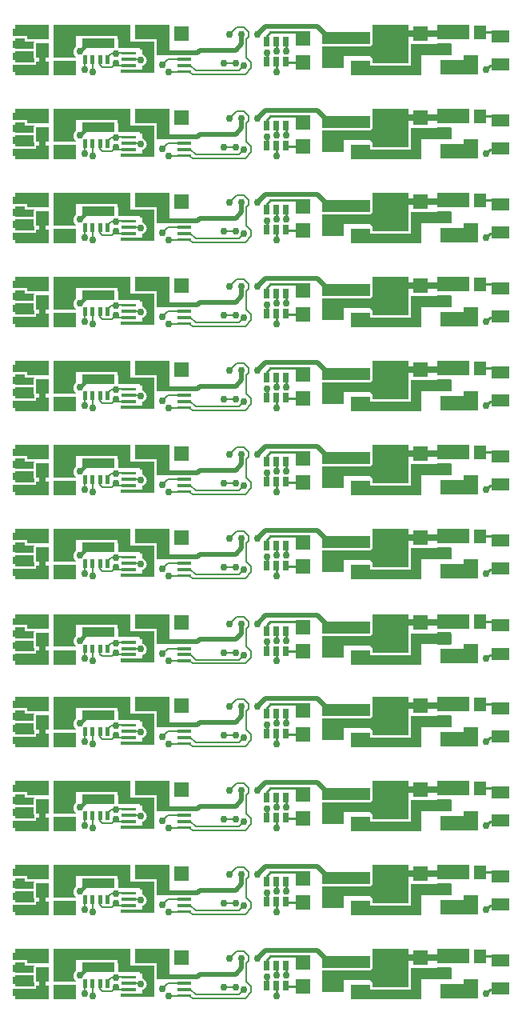
<source format=gbr>
G04 start of page 2 for group 0 idx 0 *
G04 Title: (unknown), top *
G04 Creator: pcb 20110918 *
G04 CreationDate: Mon 02 Feb 2015 04:29:52 AM GMT UTC *
G04 For: railfan *
G04 Format: Gerber/RS-274X *
G04 PCB-Dimensions: 211000 411000 *
G04 PCB-Coordinate-Origin: lower left *
%MOIN*%
%FSLAX25Y25*%
%LNTOP*%
%ADD29C,0.0390*%
%ADD28C,0.0380*%
%ADD27C,0.0140*%
%ADD26C,0.0300*%
%ADD25R,0.0945X0.0945*%
%ADD24R,0.0378X0.0378*%
%ADD23R,0.0360X0.0360*%
%ADD22R,0.0490X0.0490*%
%ADD21R,0.0240X0.0240*%
%ADD20R,0.0167X0.0167*%
%ADD19R,0.0130X0.0130*%
%ADD18R,0.0512X0.0512*%
%ADD17R,0.0284X0.0284*%
%ADD16C,0.0150*%
%ADD15C,0.0080*%
%ADD14C,0.0200*%
%ADD13C,0.0250*%
%ADD12C,0.0100*%
%ADD11C,0.0001*%
G54D11*G36*
X1500Y253000D02*Y257500D01*
X9403D01*
X9407Y254891D01*
X9444Y254738D01*
X9500Y254603D01*
Y253000D01*
X1500D01*
G37*
G36*
Y258500D02*Y263000D01*
X5500D01*
Y258500D01*
X1500D01*
G37*
G36*
X9500Y261500D02*Y261397D01*
X9444Y261262D01*
X9407Y261109D01*
X9398Y260952D01*
X9402Y258500D01*
X1500D01*
Y261500D01*
X9500D01*
G37*
G36*
X1500Y268500D02*X8000D01*
Y264000D01*
X1500D01*
Y268500D01*
G37*
G36*
X15500D02*Y262500D01*
X6500D01*
Y268500D01*
X15500D01*
G37*
G36*
X17500D02*X27000D01*
Y259507D01*
X26727Y259273D01*
X26471Y258974D01*
X26266Y258638D01*
X26115Y258275D01*
X26023Y257892D01*
X25992Y257500D01*
X26023Y257108D01*
X26115Y256725D01*
X26266Y256362D01*
X26471Y256026D01*
X26727Y255727D01*
X27000Y255493D01*
Y255000D01*
X17500D01*
Y268500D01*
G37*
G36*
X1500Y247500D02*Y252000D01*
X10723D01*
X10728Y251919D01*
X10811Y251575D01*
X10946Y251247D01*
X11131Y250945D01*
X11361Y250676D01*
X11630Y250446D01*
X11932Y250261D01*
X12260Y250126D01*
X12604Y250043D01*
X12957Y250015D01*
X13310Y250043D01*
X13654Y250126D01*
X13982Y250261D01*
X14284Y250446D01*
X14553Y250676D01*
X14783Y250945D01*
X14968Y251247D01*
X15103Y251575D01*
X15186Y251919D01*
X15191Y252000D01*
X15500D01*
Y247500D01*
X1500D01*
G37*
G36*
X17500D02*Y253500D01*
X27000D01*
Y247500D01*
X17500D01*
G37*
G36*
X54500Y261500D02*X59500D01*
Y248500D01*
X54500D01*
Y251549D01*
X54775Y251615D01*
X55138Y251766D01*
X55474Y251971D01*
X55773Y252227D01*
X56029Y252526D01*
X56234Y252862D01*
X56385Y253225D01*
X56477Y253608D01*
X56500Y254000D01*
X56477Y254392D01*
X56385Y254775D01*
X56234Y255138D01*
X56029Y255474D01*
X55773Y255773D01*
X55474Y256029D01*
X55138Y256234D01*
X54775Y256385D01*
X54500Y256451D01*
Y261500D01*
G37*
G36*
X66000Y268500D02*Y256000D01*
X60500D01*
Y268500D01*
X66000D01*
G37*
G36*
X51500D02*X64500D01*
Y262500D01*
X51500D01*
Y268500D01*
G37*
G36*
X56500Y248500D02*X45500D01*
Y250000D01*
X56500D01*
Y248500D01*
G37*
G36*
X44500Y259000D02*Y261500D01*
X56500D01*
Y259000D01*
X44500D01*
G37*
G36*
X24500Y233500D02*X49500D01*
Y229000D01*
X24500D01*
Y233500D01*
G37*
G36*
X1500Y218000D02*Y222500D01*
X9403D01*
X9407Y219891D01*
X9444Y219738D01*
X9500Y219603D01*
Y218000D01*
X1500D01*
G37*
G36*
Y212500D02*Y217000D01*
X10723D01*
X10728Y216919D01*
X10811Y216575D01*
X10946Y216247D01*
X11131Y215945D01*
X11361Y215676D01*
X11630Y215446D01*
X11932Y215261D01*
X12260Y215126D01*
X12604Y215043D01*
X12957Y215015D01*
X13310Y215043D01*
X13654Y215126D01*
X13982Y215261D01*
X14284Y215446D01*
X14553Y215676D01*
X14783Y215945D01*
X14968Y216247D01*
X15103Y216575D01*
X15186Y216919D01*
X15191Y217000D01*
X15500D01*
Y212500D01*
X1500D01*
G37*
G36*
Y223500D02*Y228000D01*
X5500D01*
Y223500D01*
X1500D01*
G37*
G36*
X9500Y226500D02*Y226397D01*
X9444Y226262D01*
X9407Y226109D01*
X9398Y225952D01*
X9402Y223500D01*
X1500D01*
Y226500D01*
X9500D01*
G37*
G36*
X1500Y233500D02*X8000D01*
Y229000D01*
X1500D01*
Y233500D01*
G37*
G36*
X15500D02*Y227500D01*
X6500D01*
Y233500D01*
X15500D01*
G37*
G36*
X17500Y212500D02*Y218500D01*
X27000D01*
Y212500D01*
X17500D01*
G37*
G36*
Y233500D02*X27000D01*
Y224507D01*
X26727Y224273D01*
X26471Y223974D01*
X26266Y223638D01*
X26115Y223275D01*
X26023Y222892D01*
X25992Y222500D01*
X26023Y222108D01*
X26115Y221725D01*
X26266Y221362D01*
X26471Y221026D01*
X26727Y220727D01*
X27000Y220493D01*
Y220000D01*
X17500D01*
Y233500D01*
G37*
G36*
X54500Y226500D02*X59500D01*
Y213500D01*
X54500D01*
Y216549D01*
X54775Y216615D01*
X55138Y216766D01*
X55474Y216971D01*
X55773Y217227D01*
X56029Y217526D01*
X56234Y217862D01*
X56385Y218225D01*
X56477Y218608D01*
X56500Y219000D01*
X56477Y219392D01*
X56385Y219775D01*
X56234Y220138D01*
X56029Y220474D01*
X55773Y220773D01*
X55474Y221029D01*
X55138Y221234D01*
X54775Y221385D01*
X54500Y221451D01*
Y226500D01*
G37*
G36*
X66000Y233500D02*Y221000D01*
X60500D01*
Y233500D01*
X66000D01*
G37*
G36*
X51500D02*X64500D01*
Y227500D01*
X51500D01*
Y233500D01*
G37*
G36*
X56500Y213500D02*X45500D01*
Y215000D01*
X56500D01*
Y213500D01*
G37*
G36*
X44500Y224000D02*Y226500D01*
X56500D01*
Y224000D01*
X44500D01*
G37*
G36*
Y233500D02*X49500D01*
Y224000D01*
X44500D01*
Y233500D01*
G37*
G36*
X29500Y228000D02*X43000D01*
Y224000D01*
X29500D01*
Y228000D01*
G37*
G36*
X24500Y198500D02*X49500D01*
Y194000D01*
X24500D01*
Y198500D01*
G37*
G36*
X1500Y183000D02*Y187500D01*
X9403D01*
X9407Y184891D01*
X9444Y184738D01*
X9500Y184603D01*
Y183000D01*
X1500D01*
G37*
G36*
Y177500D02*Y182000D01*
X10723D01*
X10728Y181919D01*
X10811Y181575D01*
X10946Y181247D01*
X11131Y180945D01*
X11361Y180676D01*
X11630Y180446D01*
X11932Y180261D01*
X12260Y180126D01*
X12604Y180043D01*
X12957Y180015D01*
X13310Y180043D01*
X13654Y180126D01*
X13982Y180261D01*
X14284Y180446D01*
X14553Y180676D01*
X14783Y180945D01*
X14968Y181247D01*
X15103Y181575D01*
X15186Y181919D01*
X15191Y182000D01*
X15500D01*
Y177500D01*
X1500D01*
G37*
G36*
X17500D02*Y183500D01*
X27000D01*
Y177500D01*
X17500D01*
G37*
G36*
X1500Y188500D02*Y193000D01*
X5500D01*
Y188500D01*
X1500D01*
G37*
G36*
X9500Y191500D02*Y191397D01*
X9444Y191262D01*
X9407Y191109D01*
X9398Y190952D01*
X9402Y188500D01*
X1500D01*
Y191500D01*
X9500D01*
G37*
G36*
X1500Y198500D02*X8000D01*
Y194000D01*
X1500D01*
Y198500D01*
G37*
G36*
X15500D02*Y192500D01*
X6500D01*
Y198500D01*
X15500D01*
G37*
G36*
X17500D02*X27000D01*
Y189507D01*
X26727Y189273D01*
X26471Y188974D01*
X26266Y188638D01*
X26115Y188275D01*
X26023Y187892D01*
X25992Y187500D01*
X26023Y187108D01*
X26115Y186725D01*
X26266Y186362D01*
X26471Y186026D01*
X26727Y185727D01*
X27000Y185493D01*
Y185000D01*
X17500D01*
Y198500D01*
G37*
G36*
X54500Y191500D02*X59500D01*
Y178500D01*
X54500D01*
Y181549D01*
X54775Y181615D01*
X55138Y181766D01*
X55474Y181971D01*
X55773Y182227D01*
X56029Y182526D01*
X56234Y182862D01*
X56385Y183225D01*
X56477Y183608D01*
X56500Y184000D01*
X56477Y184392D01*
X56385Y184775D01*
X56234Y185138D01*
X56029Y185474D01*
X55773Y185773D01*
X55474Y186029D01*
X55138Y186234D01*
X54775Y186385D01*
X54500Y186451D01*
Y191500D01*
G37*
G36*
X66000Y198500D02*Y186000D01*
X60500D01*
Y198500D01*
X66000D01*
G37*
G36*
X51500D02*X64500D01*
Y192500D01*
X51500D01*
Y198500D01*
G37*
G36*
X56500Y178500D02*X45500D01*
Y180000D01*
X56500D01*
Y178500D01*
G37*
G36*
X44500Y189000D02*Y191500D01*
X56500D01*
Y189000D01*
X44500D01*
G37*
G36*
Y198500D02*X49500D01*
Y189000D01*
X44500D01*
Y198500D01*
G37*
G36*
X29500Y193000D02*X43000D01*
Y189000D01*
X29500D01*
Y193000D01*
G37*
G36*
X24500Y163000D02*X49500D01*
Y158500D01*
X24500D01*
Y163000D01*
G37*
G36*
X54500Y156000D02*X59500D01*
Y143000D01*
X54500D01*
Y146049D01*
X54775Y146115D01*
X55138Y146266D01*
X55474Y146471D01*
X55773Y146727D01*
X56029Y147026D01*
X56234Y147362D01*
X56385Y147725D01*
X56477Y148108D01*
X56500Y148500D01*
X56477Y148892D01*
X56385Y149275D01*
X56234Y149638D01*
X56029Y149974D01*
X55773Y150273D01*
X55474Y150529D01*
X55138Y150734D01*
X54775Y150885D01*
X54500Y150951D01*
Y156000D01*
G37*
G36*
X66000Y163000D02*Y150500D01*
X60500D01*
Y163000D01*
X66000D01*
G37*
G36*
X51500D02*X64500D01*
Y157000D01*
X51500D01*
Y163000D01*
G37*
G36*
X56500Y143000D02*X45500D01*
Y144500D01*
X56500D01*
Y143000D01*
G37*
G36*
X44500Y153500D02*Y156000D01*
X56500D01*
Y153500D01*
X44500D01*
G37*
G36*
Y163000D02*X49500D01*
Y153500D01*
X44500D01*
Y163000D01*
G37*
G36*
X29500Y157500D02*X43000D01*
Y153500D01*
X29500D01*
Y157500D01*
G37*
G36*
X24500Y128500D02*X49500D01*
Y124000D01*
X24500D01*
Y128500D01*
G37*
G36*
X1500Y147500D02*Y152000D01*
X9403D01*
X9407Y149391D01*
X9444Y149238D01*
X9500Y149103D01*
Y147500D01*
X1500D01*
G37*
G36*
Y142000D02*Y146500D01*
X10723D01*
X10728Y146419D01*
X10811Y146075D01*
X10946Y145747D01*
X11131Y145445D01*
X11361Y145176D01*
X11630Y144946D01*
X11932Y144761D01*
X12260Y144626D01*
X12604Y144543D01*
X12957Y144515D01*
X13310Y144543D01*
X13654Y144626D01*
X13982Y144761D01*
X14284Y144946D01*
X14553Y145176D01*
X14783Y145445D01*
X14968Y145747D01*
X15103Y146075D01*
X15186Y146419D01*
X15191Y146500D01*
X15500D01*
Y142000D01*
X1500D01*
G37*
G36*
Y153000D02*Y157500D01*
X5500D01*
Y153000D01*
X1500D01*
G37*
G36*
X9500Y156000D02*Y155897D01*
X9444Y155762D01*
X9407Y155609D01*
X9398Y155452D01*
X9402Y153000D01*
X1500D01*
Y156000D01*
X9500D01*
G37*
G36*
X1500Y163000D02*X8000D01*
Y158500D01*
X1500D01*
Y163000D01*
G37*
G36*
X15500D02*Y157000D01*
X6500D01*
Y163000D01*
X15500D01*
G37*
G36*
X17500Y142000D02*Y148000D01*
X27000D01*
Y142000D01*
X17500D01*
G37*
G36*
Y163000D02*X27000D01*
Y154007D01*
X26727Y153773D01*
X26471Y153474D01*
X26266Y153138D01*
X26115Y152775D01*
X26023Y152392D01*
X25992Y152000D01*
X26023Y151608D01*
X26115Y151225D01*
X26266Y150862D01*
X26471Y150526D01*
X26727Y150227D01*
X27000Y149993D01*
Y149500D01*
X17500D01*
Y163000D01*
G37*
G36*
X141500Y288500D02*X149500D01*
Y282500D01*
X141500D01*
Y288500D01*
G37*
G36*
X150500Y268500D02*X165500D01*
Y252500D01*
X150500D01*
Y268500D01*
G37*
G36*
Y233500D02*X165500D01*
Y217500D01*
X150500D01*
Y233500D01*
G37*
G36*
Y198500D02*X165500D01*
Y182500D01*
X150500D01*
Y198500D01*
G37*
G36*
Y163000D02*X165500D01*
Y147000D01*
X150500D01*
Y163000D01*
G37*
G36*
X179000Y254000D02*X194500D01*
Y248000D01*
X179000D01*
Y254000D01*
G37*
G36*
X177500Y268500D02*X191000D01*
Y262500D01*
X177500D01*
Y268500D01*
G37*
G36*
X166500Y247500D02*Y260500D01*
X171000D01*
Y247500D01*
X166500D01*
G37*
G36*
Y260500D02*X183500D01*
Y256000D01*
X166500D01*
Y260500D01*
G37*
G36*
X141500Y247500D02*Y251500D01*
X170500D01*
Y247500D01*
X141500D01*
G37*
G36*
Y253500D02*X149500D01*
Y247500D01*
X141500D01*
Y253500D01*
G37*
G36*
X129500Y259500D02*X153500D01*
Y255500D01*
X129500D01*
Y259500D01*
G37*
G36*
Y265500D02*X149500D01*
Y260795D01*
X149207Y260500D01*
X129500D01*
Y265500D01*
G37*
G36*
Y259500D02*X138500D01*
Y250500D01*
X129500D01*
Y259500D01*
G37*
G36*
X141500Y212500D02*Y216500D01*
X170500D01*
Y212500D01*
X141500D01*
G37*
G36*
Y218500D02*X149500D01*
Y212500D01*
X141500D01*
Y218500D01*
G37*
G36*
X129500Y224500D02*X153500D01*
Y220500D01*
X129500D01*
Y224500D01*
G37*
G36*
Y230500D02*X149500D01*
Y225795D01*
X149207Y225500D01*
X129500D01*
Y230500D01*
G37*
G36*
Y224500D02*X138500D01*
Y215500D01*
X129500D01*
Y224500D01*
G37*
G36*
X177500Y163000D02*X191000D01*
Y157000D01*
X177500D01*
Y163000D01*
G37*
G36*
X166500Y155000D02*X183500D01*
Y150500D01*
X166500D01*
Y155000D01*
G37*
G36*
X129500Y154000D02*X153500D01*
Y150000D01*
X129500D01*
Y154000D01*
G37*
G36*
Y160000D02*X149500D01*
Y155295D01*
X149207Y155000D01*
X129500D01*
Y160000D01*
G37*
G36*
X179000Y219000D02*X194500D01*
Y213000D01*
X179000D01*
Y219000D01*
G37*
G36*
X177500Y233500D02*X191000D01*
Y227500D01*
X177500D01*
Y233500D01*
G37*
G36*
X166500Y212500D02*Y225500D01*
X171000D01*
Y212500D01*
X166500D01*
G37*
G36*
Y225500D02*X183500D01*
Y221000D01*
X166500D01*
Y225500D01*
G37*
G36*
X179000Y184000D02*X194500D01*
Y178000D01*
X179000D01*
Y184000D01*
G37*
G36*
X177500Y198500D02*X191000D01*
Y192500D01*
X177500D01*
Y198500D01*
G37*
G36*
X166500Y177500D02*Y190500D01*
X171000D01*
Y177500D01*
X166500D01*
G37*
G36*
Y190500D02*X183500D01*
Y186000D01*
X166500D01*
Y190500D01*
G37*
G36*
X141500Y177500D02*Y181500D01*
X170500D01*
Y177500D01*
X141500D01*
G37*
G36*
Y183500D02*X149500D01*
Y177500D01*
X141500D01*
Y183500D01*
G37*
G36*
X129500Y189500D02*X153500D01*
Y185500D01*
X129500D01*
Y189500D01*
G37*
G36*
Y195500D02*X149500D01*
Y190795D01*
X149207Y190500D01*
X129500D01*
Y195500D01*
G37*
G36*
Y189500D02*X138500D01*
Y180500D01*
X129500D01*
Y189500D01*
G37*
G36*
Y154000D02*X138500D01*
Y145000D01*
X129500D01*
Y154000D01*
G37*
G36*
X1500Y113000D02*Y117500D01*
X9403D01*
X9407Y114891D01*
X9444Y114738D01*
X9500Y114603D01*
Y113000D01*
X1500D01*
G37*
G36*
Y107500D02*Y112000D01*
X10723D01*
X10728Y111919D01*
X10811Y111575D01*
X10946Y111247D01*
X11131Y110945D01*
X11361Y110676D01*
X11630Y110446D01*
X11932Y110261D01*
X12260Y110126D01*
X12604Y110043D01*
X12957Y110015D01*
X13310Y110043D01*
X13654Y110126D01*
X13982Y110261D01*
X14284Y110446D01*
X14553Y110676D01*
X14783Y110945D01*
X14968Y111247D01*
X15103Y111575D01*
X15186Y111919D01*
X15191Y112000D01*
X15500D01*
Y107500D01*
X1500D01*
G37*
G36*
Y118500D02*Y123000D01*
X5500D01*
Y118500D01*
X1500D01*
G37*
G36*
X9500Y121500D02*Y121397D01*
X9444Y121262D01*
X9407Y121109D01*
X9398Y120952D01*
X9402Y118500D01*
X1500D01*
Y121500D01*
X9500D01*
G37*
G36*
X1500Y128500D02*X8000D01*
Y124000D01*
X1500D01*
Y128500D01*
G37*
G36*
X15500D02*Y122500D01*
X6500D01*
Y128500D01*
X15500D01*
G37*
G36*
X17500Y107500D02*Y113500D01*
X27000D01*
Y107500D01*
X17500D01*
G37*
G36*
Y128500D02*X27000D01*
Y119507D01*
X26727Y119273D01*
X26471Y118974D01*
X26266Y118638D01*
X26115Y118275D01*
X26023Y117892D01*
X25992Y117500D01*
X26023Y117108D01*
X26115Y116725D01*
X26266Y116362D01*
X26471Y116026D01*
X26727Y115727D01*
X27000Y115493D01*
Y115000D01*
X17500D01*
Y128500D01*
G37*
G36*
X1500Y83500D02*Y88000D01*
X5500D01*
Y83500D01*
X1500D01*
G37*
G36*
Y93500D02*X8000D01*
Y89000D01*
X1500D01*
Y93500D01*
G37*
G36*
X15500D02*Y87500D01*
X6500D01*
Y93500D01*
X15500D01*
G37*
G36*
X17500D02*X27000D01*
Y84507D01*
X26727Y84273D01*
X26471Y83974D01*
X26266Y83638D01*
X26115Y83275D01*
X26023Y82892D01*
X25992Y82500D01*
X26023Y82108D01*
X26115Y81725D01*
X26266Y81362D01*
X26471Y81026D01*
X26727Y80727D01*
X27000Y80493D01*
Y80000D01*
X17500D01*
Y93500D01*
G37*
G36*
X9500Y86500D02*Y86397D01*
X9444Y86262D01*
X9407Y86109D01*
X9398Y85952D01*
X9402Y83500D01*
X1500D01*
Y86500D01*
X9500D01*
G37*
G36*
X54500Y121500D02*X59500D01*
Y108500D01*
X54500D01*
Y111549D01*
X54775Y111615D01*
X55138Y111766D01*
X55474Y111971D01*
X55773Y112227D01*
X56029Y112526D01*
X56234Y112862D01*
X56385Y113225D01*
X56477Y113608D01*
X56500Y114000D01*
X56477Y114392D01*
X56385Y114775D01*
X56234Y115138D01*
X56029Y115474D01*
X55773Y115773D01*
X55474Y116029D01*
X55138Y116234D01*
X54775Y116385D01*
X54500Y116451D01*
Y121500D01*
G37*
G36*
X66000Y128500D02*Y116000D01*
X60500D01*
Y128500D01*
X66000D01*
G37*
G36*
X51500D02*X64500D01*
Y122500D01*
X51500D01*
Y128500D01*
G37*
G36*
X56500Y108500D02*X45500D01*
Y110000D01*
X56500D01*
Y108500D01*
G37*
G36*
X44500Y119000D02*Y121500D01*
X56500D01*
Y119000D01*
X44500D01*
G37*
G36*
Y128500D02*X49500D01*
Y119000D01*
X44500D01*
Y128500D01*
G37*
G36*
X29500Y123000D02*X43000D01*
Y119000D01*
X29500D01*
Y123000D01*
G37*
G36*
X24500Y93500D02*X49500D01*
Y89000D01*
X24500D01*
Y93500D01*
G37*
G36*
X54500Y86500D02*X59500D01*
Y73500D01*
X54500D01*
Y76549D01*
X54775Y76615D01*
X55138Y76766D01*
X55474Y76971D01*
X55773Y77227D01*
X56029Y77526D01*
X56234Y77862D01*
X56385Y78225D01*
X56477Y78608D01*
X56500Y79000D01*
X56477Y79392D01*
X56385Y79775D01*
X56234Y80138D01*
X56029Y80474D01*
X55773Y80773D01*
X55474Y81029D01*
X55138Y81234D01*
X54775Y81385D01*
X54500Y81451D01*
Y86500D01*
G37*
G36*
X66000Y93500D02*Y81000D01*
X60500D01*
Y93500D01*
X66000D01*
G37*
G36*
X51500D02*X64500D01*
Y87500D01*
X51500D01*
Y93500D01*
G37*
G36*
X56500Y73500D02*X45500D01*
Y75000D01*
X56500D01*
Y73500D01*
G37*
G36*
X44500Y84000D02*Y86500D01*
X56500D01*
Y84000D01*
X44500D01*
G37*
G36*
Y93500D02*X49500D01*
Y84000D01*
X44500D01*
Y93500D01*
G37*
G36*
X29500Y88000D02*X43000D01*
Y84000D01*
X29500D01*
Y88000D01*
G37*
G36*
X24500Y58500D02*X49500D01*
Y54000D01*
X24500D01*
Y58500D01*
G37*
G36*
X1500Y78000D02*Y82500D01*
X9403D01*
X9407Y79891D01*
X9444Y79738D01*
X9500Y79603D01*
Y78000D01*
X1500D01*
G37*
G36*
Y72500D02*Y77000D01*
X10723D01*
X10728Y76919D01*
X10811Y76575D01*
X10946Y76247D01*
X11131Y75945D01*
X11361Y75676D01*
X11630Y75446D01*
X11932Y75261D01*
X12260Y75126D01*
X12604Y75043D01*
X12957Y75015D01*
X13310Y75043D01*
X13654Y75126D01*
X13982Y75261D01*
X14284Y75446D01*
X14553Y75676D01*
X14783Y75945D01*
X14968Y76247D01*
X15103Y76575D01*
X15186Y76919D01*
X15191Y77000D01*
X15500D01*
Y72500D01*
X1500D01*
G37*
G36*
X17500D02*Y78500D01*
X27000D01*
Y72500D01*
X17500D01*
G37*
G36*
Y58500D02*X27000D01*
Y49507D01*
X26727Y49273D01*
X26471Y48974D01*
X26266Y48638D01*
X26115Y48275D01*
X26023Y47892D01*
X25992Y47500D01*
X26023Y47108D01*
X26115Y46725D01*
X26266Y46362D01*
X26471Y46026D01*
X26727Y45727D01*
X27000Y45493D01*
Y45000D01*
X17500D01*
Y58500D01*
G37*
G36*
X54500Y51500D02*X59500D01*
Y38500D01*
X54500D01*
Y41549D01*
X54775Y41615D01*
X55138Y41766D01*
X55474Y41971D01*
X55773Y42227D01*
X56029Y42526D01*
X56234Y42862D01*
X56385Y43225D01*
X56477Y43608D01*
X56500Y44000D01*
X56477Y44392D01*
X56385Y44775D01*
X56234Y45138D01*
X56029Y45474D01*
X55773Y45773D01*
X55474Y46029D01*
X55138Y46234D01*
X54775Y46385D01*
X54500Y46451D01*
Y51500D01*
G37*
G36*
X66000Y58500D02*Y46000D01*
X60500D01*
Y58500D01*
X66000D01*
G37*
G36*
X51500D02*X64500D01*
Y52500D01*
X51500D01*
Y58500D01*
G37*
G36*
X56500Y38500D02*X45500D01*
Y40000D01*
X56500D01*
Y38500D01*
G37*
G36*
X44500Y49000D02*Y51500D01*
X56500D01*
Y49000D01*
X44500D01*
G37*
G36*
Y58500D02*X49500D01*
Y49000D01*
X44500D01*
Y58500D01*
G37*
G36*
X29500Y53000D02*X43000D01*
Y49000D01*
X29500D01*
Y53000D01*
G37*
G36*
X54500Y16500D02*X59500D01*
Y3500D01*
X54500D01*
Y6549D01*
X54775Y6615D01*
X55138Y6766D01*
X55474Y6971D01*
X55773Y7227D01*
X56029Y7526D01*
X56234Y7862D01*
X56385Y8225D01*
X56477Y8608D01*
X56500Y9000D01*
X56477Y9392D01*
X56385Y9775D01*
X56234Y10138D01*
X56029Y10474D01*
X55773Y10773D01*
X55474Y11029D01*
X55138Y11234D01*
X54775Y11385D01*
X54500Y11451D01*
Y16500D01*
G37*
G36*
X66000Y23500D02*Y11000D01*
X60500D01*
Y23500D01*
X66000D01*
G37*
G36*
X51500D02*X64500D01*
Y17500D01*
X51500D01*
Y23500D01*
G37*
G36*
X56500Y3500D02*X45500D01*
Y5000D01*
X56500D01*
Y3500D01*
G37*
G36*
X44500Y14000D02*Y16500D01*
X56500D01*
Y14000D01*
X44500D01*
G37*
G36*
Y23500D02*X49500D01*
Y14000D01*
X44500D01*
Y23500D01*
G37*
G36*
X29500Y18000D02*X43000D01*
Y14000D01*
X29500D01*
Y18000D01*
G37*
G36*
X24500Y23500D02*X49500D01*
Y19000D01*
X24500D01*
Y23500D01*
G37*
G36*
X1500Y43000D02*Y47500D01*
X9403D01*
X9407Y44891D01*
X9444Y44738D01*
X9500Y44603D01*
Y43000D01*
X1500D01*
G37*
G36*
Y37500D02*Y42000D01*
X10723D01*
X10728Y41919D01*
X10811Y41575D01*
X10946Y41247D01*
X11131Y40945D01*
X11361Y40676D01*
X11630Y40446D01*
X11932Y40261D01*
X12260Y40126D01*
X12604Y40043D01*
X12957Y40015D01*
X13310Y40043D01*
X13654Y40126D01*
X13982Y40261D01*
X14284Y40446D01*
X14553Y40676D01*
X14783Y40945D01*
X14968Y41247D01*
X15103Y41575D01*
X15186Y41919D01*
X15191Y42000D01*
X15500D01*
Y37500D01*
X1500D01*
G37*
G36*
Y48500D02*Y53000D01*
X5500D01*
Y48500D01*
X1500D01*
G37*
G36*
X9500Y51500D02*Y51397D01*
X9444Y51262D01*
X9407Y51109D01*
X9398Y50952D01*
X9402Y48500D01*
X1500D01*
Y51500D01*
X9500D01*
G37*
G36*
X1500Y58500D02*X8000D01*
Y54000D01*
X1500D01*
Y58500D01*
G37*
G36*
X15500D02*Y52500D01*
X6500D01*
Y58500D01*
X15500D01*
G37*
G36*
X17500Y37500D02*Y43500D01*
X27000D01*
Y37500D01*
X17500D01*
G37*
G36*
X1500Y8000D02*Y12500D01*
X9403D01*
X9407Y9891D01*
X9444Y9738D01*
X9500Y9603D01*
Y8000D01*
X1500D01*
G37*
G36*
Y2500D02*Y7000D01*
X10723D01*
X10728Y6919D01*
X10811Y6575D01*
X10946Y6247D01*
X11131Y5945D01*
X11361Y5676D01*
X11630Y5446D01*
X11932Y5261D01*
X12260Y5126D01*
X12604Y5043D01*
X12957Y5015D01*
X13310Y5043D01*
X13654Y5126D01*
X13982Y5261D01*
X14284Y5446D01*
X14553Y5676D01*
X14783Y5945D01*
X14968Y6247D01*
X15103Y6575D01*
X15186Y6919D01*
X15191Y7000D01*
X15500D01*
Y2500D01*
X1500D01*
G37*
G36*
Y13500D02*Y18000D01*
X5500D01*
Y13500D01*
X1500D01*
G37*
G36*
X9500Y16500D02*Y16397D01*
X9444Y16262D01*
X9407Y16109D01*
X9398Y15952D01*
X9402Y13500D01*
X1500D01*
Y16500D01*
X9500D01*
G37*
G36*
X1500Y23500D02*X8000D01*
Y19000D01*
X1500D01*
Y23500D01*
G37*
G36*
X15500D02*Y17500D01*
X6500D01*
Y23500D01*
X15500D01*
G37*
G36*
X17500Y2500D02*Y8500D01*
X27000D01*
Y2500D01*
X17500D01*
G37*
G36*
Y23500D02*X27000D01*
Y14507D01*
X26727Y14273D01*
X26471Y13974D01*
X26266Y13638D01*
X26115Y13275D01*
X26023Y12892D01*
X25992Y12500D01*
X26023Y12108D01*
X26115Y11725D01*
X26266Y11362D01*
X26471Y11026D01*
X26727Y10727D01*
X27000Y10493D01*
Y10000D01*
X17500D01*
Y23500D01*
G37*
G36*
X179000Y148500D02*X194500D01*
Y142500D01*
X179000D01*
Y148500D01*
G37*
G36*
Y114000D02*X194500D01*
Y108000D01*
X179000D01*
Y114000D01*
G37*
G36*
X177500Y128500D02*X191000D01*
Y122500D01*
X177500D01*
Y128500D01*
G37*
G36*
X166500Y120500D02*X183500D01*
Y116000D01*
X166500D01*
Y120500D01*
G37*
G36*
Y142000D02*Y155000D01*
X171000D01*
Y142000D01*
X166500D01*
G37*
G36*
Y107500D02*Y120500D01*
X171000D01*
Y107500D01*
X166500D01*
G37*
G36*
X141500Y142000D02*Y146000D01*
X170500D01*
Y142000D01*
X141500D01*
G37*
G36*
Y148000D02*X149500D01*
Y142000D01*
X141500D01*
Y148000D01*
G37*
G36*
X150500Y128500D02*X165500D01*
Y112500D01*
X150500D01*
Y128500D01*
G37*
G36*
X141500Y107500D02*Y111500D01*
X170500D01*
Y107500D01*
X141500D01*
G37*
G36*
Y113500D02*X149500D01*
Y107500D01*
X141500D01*
Y113500D01*
G37*
G36*
X129500Y119500D02*X153500D01*
Y115500D01*
X129500D01*
Y119500D01*
G37*
G36*
Y125500D02*X149500D01*
Y120795D01*
X149207Y120500D01*
X129500D01*
Y125500D01*
G37*
G36*
Y119500D02*X138500D01*
Y110500D01*
X129500D01*
Y119500D01*
G37*
G36*
Y84500D02*X153500D01*
Y80500D01*
X129500D01*
Y84500D01*
G37*
G36*
Y90500D02*X149500D01*
Y85795D01*
X149207Y85500D01*
X129500D01*
Y90500D01*
G37*
G36*
X179000Y79000D02*X194500D01*
Y73000D01*
X179000D01*
Y79000D01*
G37*
G36*
X177500Y93500D02*X191000D01*
Y87500D01*
X177500D01*
Y93500D01*
G37*
G36*
X166500Y72500D02*Y85500D01*
X171000D01*
Y72500D01*
X166500D01*
G37*
G36*
Y85500D02*X183500D01*
Y81000D01*
X166500D01*
Y85500D01*
G37*
G36*
X150500Y93500D02*X165500D01*
Y77500D01*
X150500D01*
Y93500D01*
G37*
G36*
X141500Y72500D02*Y76500D01*
X170500D01*
Y72500D01*
X141500D01*
G37*
G36*
Y78500D02*X149500D01*
Y72500D01*
X141500D01*
Y78500D01*
G37*
G36*
X150500Y58500D02*X165500D01*
Y42500D01*
X150500D01*
Y58500D01*
G37*
G36*
X129500Y84500D02*X138500D01*
Y75500D01*
X129500D01*
Y84500D01*
G37*
G36*
X179000Y44000D02*X194500D01*
Y38000D01*
X179000D01*
Y44000D01*
G37*
G36*
X177500Y58500D02*X191000D01*
Y52500D01*
X177500D01*
Y58500D01*
G37*
G36*
X166500Y37500D02*Y50500D01*
X171000D01*
Y37500D01*
X166500D01*
G37*
G36*
Y50500D02*X183500D01*
Y46000D01*
X166500D01*
Y50500D01*
G37*
G36*
X141500Y37500D02*Y41500D01*
X170500D01*
Y37500D01*
X141500D01*
G37*
G36*
X150500Y23500D02*X165500D01*
Y7500D01*
X150500D01*
Y23500D01*
G37*
G36*
X141500Y43500D02*X149500D01*
Y37500D01*
X141500D01*
Y43500D01*
G37*
G36*
X129500Y49500D02*X153500D01*
Y45500D01*
X129500D01*
Y49500D01*
G37*
G36*
Y55500D02*X149500D01*
Y50795D01*
X149207Y50500D01*
X129500D01*
Y55500D01*
G37*
G36*
Y49500D02*X138500D01*
Y40500D01*
X129500D01*
Y49500D01*
G37*
G36*
X179000Y9000D02*X194500D01*
Y3000D01*
X179000D01*
Y9000D01*
G37*
G36*
X177500Y23500D02*X191000D01*
Y17500D01*
X177500D01*
Y23500D01*
G37*
G36*
X166500Y2500D02*Y15500D01*
X171000D01*
Y2500D01*
X166500D01*
G37*
G36*
Y15500D02*X183500D01*
Y11000D01*
X166500D01*
Y15500D01*
G37*
G36*
X141500Y2500D02*Y6500D01*
X170500D01*
Y2500D01*
X141500D01*
G37*
G36*
Y8500D02*X149500D01*
Y2500D01*
X141500D01*
Y8500D01*
G37*
G36*
X129500Y14500D02*X153500D01*
Y10500D01*
X129500D01*
Y14500D01*
G37*
G36*
Y20500D02*X149500D01*
Y15795D01*
X149207Y15500D01*
X129500D01*
Y20500D01*
G37*
G36*
Y14500D02*X138500D01*
Y5500D01*
X129500D01*
Y14500D01*
G37*
G36*
X1500Y393000D02*Y397500D01*
X9403D01*
X9407Y394891D01*
X9444Y394738D01*
X9500Y394603D01*
Y393000D01*
X1500D01*
G37*
G36*
Y387500D02*Y392000D01*
X10723D01*
X10728Y391919D01*
X10811Y391575D01*
X10946Y391247D01*
X11131Y390945D01*
X11361Y390676D01*
X11630Y390446D01*
X11932Y390261D01*
X12260Y390126D01*
X12604Y390043D01*
X12957Y390015D01*
X13310Y390043D01*
X13654Y390126D01*
X13982Y390261D01*
X14284Y390446D01*
X14553Y390676D01*
X14783Y390945D01*
X14968Y391247D01*
X15103Y391575D01*
X15186Y391919D01*
X15191Y392000D01*
X15500D01*
Y387500D01*
X1500D01*
G37*
G36*
Y398500D02*Y403000D01*
X5500D01*
Y398500D01*
X1500D01*
G37*
G36*
X9500Y401500D02*Y401397D01*
X9444Y401262D01*
X9407Y401109D01*
X9398Y400952D01*
X9402Y398500D01*
X1500D01*
Y401500D01*
X9500D01*
G37*
G36*
X1500Y408500D02*X8000D01*
Y404000D01*
X1500D01*
Y408500D01*
G37*
G36*
X15500D02*Y402500D01*
X6500D01*
Y408500D01*
X15500D01*
G37*
G36*
X17500D02*X27000D01*
Y399507D01*
X26727Y399273D01*
X26471Y398974D01*
X26266Y398638D01*
X26115Y398275D01*
X26023Y397892D01*
X25992Y397500D01*
X26023Y397108D01*
X26115Y396725D01*
X26266Y396362D01*
X26471Y396026D01*
X26727Y395727D01*
X27000Y395493D01*
Y395000D01*
X17500D01*
Y408500D01*
G37*
G36*
X1500Y363500D02*Y368000D01*
X5500D01*
Y363500D01*
X1500D01*
G37*
G36*
Y373500D02*X8000D01*
Y369000D01*
X1500D01*
Y373500D01*
G37*
G36*
X15500D02*Y367500D01*
X6500D01*
Y373500D01*
X15500D01*
G37*
G36*
X17500D02*X27000D01*
Y364507D01*
X26727Y364273D01*
X26471Y363974D01*
X26266Y363638D01*
X26115Y363275D01*
X26023Y362892D01*
X25992Y362500D01*
X26023Y362108D01*
X26115Y361725D01*
X26266Y361362D01*
X26471Y361026D01*
X26727Y360727D01*
X27000Y360493D01*
Y360000D01*
X17500D01*
Y373500D01*
G37*
G36*
X9500Y366500D02*Y366397D01*
X9444Y366262D01*
X9407Y366109D01*
X9398Y365952D01*
X9402Y363500D01*
X1500D01*
Y366500D01*
X9500D01*
G37*
G36*
X54500Y401500D02*X59500D01*
Y388500D01*
X54500D01*
Y391549D01*
X54775Y391615D01*
X55138Y391766D01*
X55474Y391971D01*
X55773Y392227D01*
X56029Y392526D01*
X56234Y392862D01*
X56385Y393225D01*
X56477Y393608D01*
X56500Y394000D01*
X56477Y394392D01*
X56385Y394775D01*
X56234Y395138D01*
X56029Y395474D01*
X55773Y395773D01*
X55474Y396029D01*
X55138Y396234D01*
X54775Y396385D01*
X54500Y396451D01*
Y401500D01*
G37*
G36*
X66000Y408500D02*Y396000D01*
X60500D01*
Y408500D01*
X66000D01*
G37*
G36*
X51500D02*X64500D01*
Y402500D01*
X51500D01*
Y408500D01*
G37*
G36*
X24500D02*X49500D01*
Y404000D01*
X24500D01*
Y408500D01*
G37*
G36*
X56500Y388500D02*X45500D01*
Y390000D01*
X56500D01*
Y388500D01*
G37*
G36*
X17500Y387500D02*Y393500D01*
X27000D01*
Y387500D01*
X17500D01*
G37*
G36*
X44500Y399000D02*Y401500D01*
X56500D01*
Y399000D01*
X44500D01*
G37*
G36*
X29500Y403000D02*X43000D01*
Y399000D01*
X29500D01*
Y403000D01*
G37*
G36*
X44500Y408500D02*X49500D01*
Y399000D01*
X44500D01*
Y408500D01*
G37*
G36*
X54500Y366500D02*X59500D01*
Y353500D01*
X54500D01*
Y356549D01*
X54775Y356615D01*
X55138Y356766D01*
X55474Y356971D01*
X55773Y357227D01*
X56029Y357526D01*
X56234Y357862D01*
X56385Y358225D01*
X56477Y358608D01*
X56500Y359000D01*
X56477Y359392D01*
X56385Y359775D01*
X56234Y360138D01*
X56029Y360474D01*
X55773Y360773D01*
X55474Y361029D01*
X55138Y361234D01*
X54775Y361385D01*
X54500Y361451D01*
Y366500D01*
G37*
G36*
X66000Y373500D02*Y361000D01*
X60500D01*
Y373500D01*
X66000D01*
G37*
G36*
X51500D02*X64500D01*
Y367500D01*
X51500D01*
Y373500D01*
G37*
G36*
X56500Y353500D02*X45500D01*
Y355000D01*
X56500D01*
Y353500D01*
G37*
G36*
X44500Y364000D02*Y366500D01*
X56500D01*
Y364000D01*
X44500D01*
G37*
G36*
Y373500D02*X49500D01*
Y364000D01*
X44500D01*
Y373500D01*
G37*
G36*
X29500Y368000D02*X43000D01*
Y364000D01*
X29500D01*
Y368000D01*
G37*
G36*
X24500Y373500D02*X49500D01*
Y369000D01*
X24500D01*
Y373500D01*
G37*
G36*
X51500Y338500D02*X64500D01*
Y332500D01*
X51500D01*
Y338500D01*
G37*
G36*
X29500Y333000D02*X43000D01*
Y329000D01*
X29500D01*
Y333000D01*
G37*
G36*
X24500Y338500D02*X49500D01*
Y334000D01*
X24500D01*
Y338500D01*
G37*
G36*
X1500Y358000D02*Y362500D01*
X9403D01*
X9407Y359891D01*
X9444Y359738D01*
X9500Y359603D01*
Y358000D01*
X1500D01*
G37*
G36*
Y352500D02*Y357000D01*
X10723D01*
X10728Y356919D01*
X10811Y356575D01*
X10946Y356247D01*
X11131Y355945D01*
X11361Y355676D01*
X11630Y355446D01*
X11932Y355261D01*
X12260Y355126D01*
X12604Y355043D01*
X12957Y355015D01*
X13310Y355043D01*
X13654Y355126D01*
X13982Y355261D01*
X14284Y355446D01*
X14553Y355676D01*
X14783Y355945D01*
X14968Y356247D01*
X15103Y356575D01*
X15186Y356919D01*
X15191Y357000D01*
X15500D01*
Y352500D01*
X1500D01*
G37*
G36*
X17500D02*Y358500D01*
X27000D01*
Y352500D01*
X17500D01*
G37*
G36*
Y338500D02*X27000D01*
Y329507D01*
X26727Y329273D01*
X26471Y328974D01*
X26266Y328638D01*
X26115Y328275D01*
X26023Y327892D01*
X25992Y327500D01*
X26023Y327108D01*
X26115Y326725D01*
X26266Y326362D01*
X26471Y326026D01*
X26727Y325727D01*
X27000Y325493D01*
Y325000D01*
X17500D01*
Y338500D01*
G37*
G36*
X150500Y408500D02*X165500D01*
Y392500D01*
X150500D01*
Y408500D01*
G37*
G36*
X179000Y394000D02*X194500D01*
Y388000D01*
X179000D01*
Y394000D01*
G37*
G36*
X177500Y408500D02*X191000D01*
Y402500D01*
X177500D01*
Y408500D01*
G37*
G36*
X166500Y400500D02*X183500D01*
Y396000D01*
X166500D01*
Y400500D01*
G37*
G36*
Y387500D02*Y400500D01*
X171000D01*
Y387500D01*
X166500D01*
G37*
G36*
X141500D02*Y391500D01*
X170500D01*
Y387500D01*
X141500D01*
G37*
G36*
Y393500D02*X149500D01*
Y387500D01*
X141500D01*
Y393500D01*
G37*
G36*
X129500Y399500D02*X153500D01*
Y395500D01*
X129500D01*
Y399500D01*
G37*
G36*
Y405500D02*X149500D01*
Y400795D01*
X149207Y400500D01*
X129500D01*
Y405500D01*
G37*
G36*
Y399500D02*X138500D01*
Y390500D01*
X129500D01*
Y399500D01*
G37*
G36*
X179000Y359000D02*X194500D01*
Y353000D01*
X179000D01*
Y359000D01*
G37*
G36*
X177500Y373500D02*X191000D01*
Y367500D01*
X177500D01*
Y373500D01*
G37*
G36*
X166500Y352500D02*Y365500D01*
X171000D01*
Y352500D01*
X166500D01*
G37*
G36*
Y365500D02*X183500D01*
Y361000D01*
X166500D01*
Y365500D01*
G37*
G36*
X150500Y373500D02*X165500D01*
Y357500D01*
X150500D01*
Y373500D01*
G37*
G36*
X141500Y352500D02*Y356500D01*
X170500D01*
Y352500D01*
X141500D01*
G37*
G36*
Y358500D02*X149500D01*
Y352500D01*
X141500D01*
Y358500D01*
G37*
G36*
X129500Y364500D02*X153500D01*
Y360500D01*
X129500D01*
Y364500D01*
G37*
G36*
Y370500D02*X149500D01*
Y365795D01*
X149207Y365500D01*
X129500D01*
Y370500D01*
G37*
G36*
Y364500D02*X138500D01*
Y355500D01*
X129500D01*
Y364500D01*
G37*
G36*
Y329500D02*X153500D01*
Y325500D01*
X129500D01*
Y329500D01*
G37*
G36*
Y335500D02*X149500D01*
Y330795D01*
X149207Y330500D01*
X129500D01*
Y335500D01*
G37*
G36*
Y329500D02*X138500D01*
Y320500D01*
X129500D01*
Y329500D01*
G37*
G36*
X54500Y331500D02*X59500D01*
Y318500D01*
X54500D01*
Y321549D01*
X54775Y321615D01*
X55138Y321766D01*
X55474Y321971D01*
X55773Y322227D01*
X56029Y322526D01*
X56234Y322862D01*
X56385Y323225D01*
X56477Y323608D01*
X56500Y324000D01*
X56477Y324392D01*
X56385Y324775D01*
X56234Y325138D01*
X56029Y325474D01*
X55773Y325773D01*
X55474Y326029D01*
X55138Y326234D01*
X54775Y326385D01*
X54500Y326451D01*
Y331500D01*
G37*
G36*
X56500Y318500D02*X45500D01*
Y320000D01*
X56500D01*
Y318500D01*
G37*
G36*
X44500Y329000D02*Y331500D01*
X56500D01*
Y329000D01*
X44500D01*
G37*
G36*
Y338500D02*X49500D01*
Y329000D01*
X44500D01*
Y338500D01*
G37*
G36*
X66000D02*Y326000D01*
X60500D01*
Y338500D01*
X66000D01*
G37*
G36*
Y303500D02*Y291000D01*
X60500D01*
Y303500D01*
X66000D01*
G37*
G36*
X44500D02*X49500D01*
Y294000D01*
X44500D01*
Y303500D01*
G37*
G36*
X29500Y298000D02*X43000D01*
Y294000D01*
X29500D01*
Y298000D01*
G37*
G36*
X24500Y303500D02*X49500D01*
Y299000D01*
X24500D01*
Y303500D01*
G37*
G36*
X1500Y323000D02*Y327500D01*
X9403D01*
X9407Y324891D01*
X9444Y324738D01*
X9500Y324603D01*
Y323000D01*
X1500D01*
G37*
G36*
Y317500D02*Y322000D01*
X10723D01*
X10728Y321919D01*
X10811Y321575D01*
X10946Y321247D01*
X11131Y320945D01*
X11361Y320676D01*
X11630Y320446D01*
X11932Y320261D01*
X12260Y320126D01*
X12604Y320043D01*
X12957Y320015D01*
X13310Y320043D01*
X13654Y320126D01*
X13982Y320261D01*
X14284Y320446D01*
X14553Y320676D01*
X14783Y320945D01*
X14968Y321247D01*
X15103Y321575D01*
X15186Y321919D01*
X15191Y322000D01*
X15500D01*
Y317500D01*
X1500D01*
G37*
G36*
Y328500D02*Y333000D01*
X5500D01*
Y328500D01*
X1500D01*
G37*
G36*
X9500Y331500D02*Y331397D01*
X9444Y331262D01*
X9407Y331109D01*
X9398Y330952D01*
X9402Y328500D01*
X1500D01*
Y331500D01*
X9500D01*
G37*
G36*
X1500Y338500D02*X8000D01*
Y334000D01*
X1500D01*
Y338500D01*
G37*
G36*
X15500D02*Y332500D01*
X6500D01*
Y338500D01*
X15500D01*
G37*
G36*
X17500Y317500D02*Y323500D01*
X27000D01*
Y317500D01*
X17500D01*
G37*
G36*
X1500Y288000D02*Y292500D01*
X9403D01*
X9407Y289891D01*
X9444Y289738D01*
X9500Y289603D01*
Y288000D01*
X1500D01*
G37*
G36*
Y282500D02*Y287000D01*
X10723D01*
X10728Y286919D01*
X10811Y286575D01*
X10946Y286247D01*
X11131Y285945D01*
X11361Y285676D01*
X11630Y285446D01*
X11932Y285261D01*
X12260Y285126D01*
X12604Y285043D01*
X12957Y285015D01*
X13310Y285043D01*
X13654Y285126D01*
X13982Y285261D01*
X14284Y285446D01*
X14553Y285676D01*
X14783Y285945D01*
X14968Y286247D01*
X15103Y286575D01*
X15186Y286919D01*
X15191Y287000D01*
X15500D01*
Y282500D01*
X1500D01*
G37*
G36*
Y293500D02*Y298000D01*
X5500D01*
Y293500D01*
X1500D01*
G37*
G36*
X9500Y296500D02*Y296397D01*
X9444Y296262D01*
X9407Y296109D01*
X9398Y295952D01*
X9402Y293500D01*
X1500D01*
Y296500D01*
X9500D01*
G37*
G36*
X1500Y303500D02*X8000D01*
Y299000D01*
X1500D01*
Y303500D01*
G37*
G36*
X15500D02*Y297500D01*
X6500D01*
Y303500D01*
X15500D01*
G37*
G36*
X17500Y282500D02*Y288500D01*
X27000D01*
Y282500D01*
X17500D01*
G37*
G36*
Y303500D02*X27000D01*
Y294507D01*
X26727Y294273D01*
X26471Y293974D01*
X26266Y293638D01*
X26115Y293275D01*
X26023Y292892D01*
X25992Y292500D01*
X26023Y292108D01*
X26115Y291725D01*
X26266Y291362D01*
X26471Y291026D01*
X26727Y290727D01*
X27000Y290493D01*
Y290000D01*
X17500D01*
Y303500D01*
G37*
G36*
X54500Y296500D02*X59500D01*
Y283500D01*
X54500D01*
Y286549D01*
X54775Y286615D01*
X55138Y286766D01*
X55474Y286971D01*
X55773Y287227D01*
X56029Y287526D01*
X56234Y287862D01*
X56385Y288225D01*
X56477Y288608D01*
X56500Y289000D01*
X56477Y289392D01*
X56385Y289775D01*
X56234Y290138D01*
X56029Y290474D01*
X55773Y290773D01*
X55474Y291029D01*
X55138Y291234D01*
X54775Y291385D01*
X54500Y291451D01*
Y296500D01*
G37*
G36*
X51500Y303500D02*X64500D01*
Y297500D01*
X51500D01*
Y303500D01*
G37*
G36*
X56500Y283500D02*X45500D01*
Y285000D01*
X56500D01*
Y283500D01*
G37*
G36*
X44500Y294000D02*Y296500D01*
X56500D01*
Y294000D01*
X44500D01*
G37*
G36*
Y268500D02*X49500D01*
Y259000D01*
X44500D01*
Y268500D01*
G37*
G36*
X29500Y263000D02*X43000D01*
Y259000D01*
X29500D01*
Y263000D01*
G37*
G36*
X24500Y268500D02*X49500D01*
Y264000D01*
X24500D01*
Y268500D01*
G37*
G36*
X179000Y324000D02*X194500D01*
Y318000D01*
X179000D01*
Y324000D01*
G37*
G36*
X177500Y338500D02*X191000D01*
Y332500D01*
X177500D01*
Y338500D01*
G37*
G36*
X166500Y317500D02*Y330500D01*
X171000D01*
Y317500D01*
X166500D01*
G37*
G36*
Y330500D02*X183500D01*
Y326000D01*
X166500D01*
Y330500D01*
G37*
G36*
X150500Y338500D02*X165500D01*
Y322500D01*
X150500D01*
Y338500D01*
G37*
G36*
X141500Y317500D02*Y321500D01*
X170500D01*
Y317500D01*
X141500D01*
G37*
G36*
Y323500D02*X149500D01*
Y317500D01*
X141500D01*
Y323500D01*
G37*
G36*
X150500Y303500D02*X165500D01*
Y287500D01*
X150500D01*
Y303500D01*
G37*
G36*
X129500Y294500D02*X153500D01*
Y290500D01*
X129500D01*
Y294500D01*
G37*
G36*
Y300500D02*X149500D01*
Y295795D01*
X149207Y295500D01*
X129500D01*
Y300500D01*
G37*
G36*
Y294500D02*X138500D01*
Y285500D01*
X129500D01*
Y294500D01*
G37*
G36*
X179000Y289000D02*X194500D01*
Y283000D01*
X179000D01*
Y289000D01*
G37*
G36*
X177500Y303500D02*X191000D01*
Y297500D01*
X177500D01*
Y303500D01*
G37*
G36*
X166500Y282500D02*Y295500D01*
X171000D01*
Y282500D01*
X166500D01*
G37*
G36*
Y295500D02*X183500D01*
Y291000D01*
X166500D01*
Y295500D01*
G37*
G36*
X141500Y282500D02*Y286500D01*
X170500D01*
Y282500D01*
X141500D01*
G37*
G54D12*X199500Y391500D02*X203500D01*
X198000Y390000D02*X199500Y391500D01*
G54D13*X180500Y405000D02*X161500D01*
G54D12*X196543Y405500D02*X205000D01*
X196543Y370500D02*X205000D01*
X199500Y356500D02*X203500D01*
X196543Y335500D02*X205000D01*
X198000Y355000D02*X199500Y356500D01*
G54D13*X180500Y370000D02*X161500D01*
X180500Y335000D02*X161500D01*
X180500Y300000D02*X161500D01*
G54D12*X199500Y321500D02*X203500D01*
X198000Y320000D02*X199500Y321500D01*
Y286500D02*X203500D01*
X198000Y285000D02*X199500Y286500D01*
X196543Y300500D02*X205000D01*
X199500Y251500D02*X203500D01*
X199500Y216500D02*X203500D01*
X198000Y215000D02*X199500Y216500D01*
Y181500D02*X203500D01*
X198000Y180000D02*X199500Y181500D01*
X198000Y250000D02*X199500Y251500D01*
G54D13*X180500Y265000D02*X161500D01*
G54D12*X196543Y265500D02*X205000D01*
G54D13*X180500Y230000D02*X161500D01*
G54D12*X196543Y230500D02*X205000D01*
G54D13*X180500Y195000D02*X161500D01*
G54D12*X196543Y195500D02*X205000D01*
X199500Y146000D02*X203500D01*
X196543Y125500D02*X205000D01*
X198000Y144500D02*X199500Y146000D01*
G54D13*X180500Y125000D02*X161500D01*
X180500Y90000D02*X161500D01*
X180500Y159500D02*X161500D01*
G54D12*X196543Y160000D02*X205000D01*
X199500Y111500D02*X203500D01*
X198000Y110000D02*X199500Y111500D01*
Y76500D02*X203500D01*
X198000Y75000D02*X199500Y76500D01*
X196543Y90500D02*X205000D01*
X199500Y41500D02*X203500D01*
X199500Y6500D02*X203500D01*
X198000Y5000D02*X199500Y6500D01*
X198000Y40000D02*X199500Y41500D01*
G54D13*X180500Y55000D02*X161500D01*
G54D12*X196543Y55500D02*X205000D01*
G54D13*X180500Y20000D02*X161500D01*
G54D12*X196543Y20500D02*X205000D01*
G54D14*X127500Y373000D02*X132500Y368000D01*
X127500Y338000D02*X132500Y333000D01*
X127500Y303000D02*X132500Y298000D01*
X127500Y268000D02*X132500Y263000D01*
X127500Y233000D02*X132500Y228000D01*
X106000Y373000D02*X127500D01*
G54D12*X108000Y370500D02*X119000D01*
X106500Y362000D02*Y358300D01*
X121500Y358000D02*X114400D01*
G54D14*X106000Y338000D02*X127500D01*
G54D12*X119000Y335500D02*X121500Y333000D01*
X108000Y335500D02*X119000D01*
X106600Y334100D02*X108000Y335500D01*
X119000Y370500D02*X121500Y368000D01*
X119000Y230500D02*X121500Y228000D01*
X108000Y230500D02*X119000D01*
X106600Y229100D02*X108000Y230500D01*
X114500Y362500D02*Y366500D01*
X106600Y369100D02*X108000Y370500D01*
X106600Y366500D02*Y369100D01*
X110500Y362500D02*Y366500D01*
Y354000D02*Y358300D01*
G54D14*X102500Y334500D02*X106000Y338000D01*
G54D15*X97000Y337500D02*X94000D01*
X99000Y335500D02*X97000Y337500D01*
G54D12*X114500Y327500D02*Y331500D01*
X121500Y323000D02*X114400D01*
X110500Y327500D02*Y331500D01*
Y319000D02*Y323300D01*
X106500Y327000D02*Y323300D01*
G54D15*X100000Y320500D02*X97500Y318000D01*
X100000Y323000D02*Y320500D01*
X98000Y325000D02*X100000Y323000D01*
X98000Y332500D02*Y325000D01*
X95000Y319500D02*X97000Y321500D01*
G54D12*X106600Y331500D02*Y334100D01*
G54D15*X99000Y333500D02*Y335500D01*
X98000Y332500D02*X99000Y333500D01*
G54D12*X106600Y299100D02*X108000Y300500D01*
X119000D02*X121500Y298000D01*
X119000Y265500D02*X121500Y263000D01*
X108000Y265500D02*X119000D01*
X106600Y264100D02*X108000Y265500D01*
X121500Y253000D02*X114400D01*
X110500Y257500D02*Y261500D01*
Y249000D02*Y253300D01*
G54D14*X77500Y327000D02*X78500Y328000D01*
G54D15*X77000Y319500D02*X95000D01*
X88500Y322500D02*X93500D01*
X97500Y318000D02*X75500D01*
G54D14*X63000Y327000D02*X77500D01*
G54D15*X74779Y321721D02*X77000Y319500D01*
X72114Y324279D02*X65279D01*
G54D14*X96000Y330500D02*Y334500D01*
X93500Y328000D02*X96000Y330500D01*
X78500Y328000D02*X93500D01*
G54D15*X94000Y337500D02*X91000Y334500D01*
X74338Y319162D02*X65500D01*
X75500Y318000D02*X74338Y319162D01*
X72114Y321721D02*X74779D01*
X65279Y324279D02*X63000Y322000D01*
G54D14*X106000Y303000D02*X127500D01*
X102500Y299500D02*X106000Y303000D01*
G54D12*X106500Y292000D02*Y288300D01*
X106600Y296500D02*Y299100D01*
G54D14*X93500Y293000D02*X96000Y295500D01*
G54D12*X114500Y292500D02*Y296500D01*
X121500Y288000D02*X114400D01*
X110500Y292500D02*Y296500D01*
G54D15*X98000Y290000D02*X100000Y288000D01*
X98000Y297500D02*Y290000D01*
G54D12*X108000Y300500D02*X119000D01*
X110500Y284000D02*Y288300D01*
G54D15*X100000Y285500D02*X97500Y283000D01*
X100000Y288000D02*Y285500D01*
X95000Y284500D02*X97000Y286500D01*
G54D14*X96000Y295500D02*Y299500D01*
G54D15*X94000Y302500D02*X91000Y299500D01*
X97000Y302500D02*X94000D01*
X99000Y300500D02*X97000Y302500D01*
X99000Y298500D02*Y300500D01*
X98000Y297500D02*X99000Y298500D01*
G54D14*X78500Y293000D02*X93500D01*
G54D15*X77000Y284500D02*X95000D01*
X88500Y287500D02*X93500D01*
X97500Y283000D02*X75500D01*
G54D14*X77500Y292000D02*X78500Y293000D01*
G54D15*X75500Y283000D02*X74338Y284162D01*
X74779Y286721D02*X77000Y284500D01*
X72114Y286721D02*X74779D01*
G54D14*X63000Y292000D02*X77500D01*
G54D15*X74338Y284162D02*X65500D01*
X65279Y289279D02*X63000Y287000D01*
X72114Y289279D02*X65279D01*
G54D14*X106000Y268000D02*X127500D01*
X77500Y257000D02*X78500Y258000D01*
G54D15*X74779Y251721D02*X77000Y249500D01*
X72114Y251721D02*X74779D01*
G54D14*X63000Y257000D02*X77500D01*
G54D15*X65279Y254279D02*X63000Y252000D01*
X72114Y254279D02*X65279D01*
X77000Y249500D02*X95000D01*
X74338Y249162D02*X65500D01*
X75500Y248000D02*X74338Y249162D01*
X97500Y248000D02*X75500D01*
X88500Y252500D02*X93500D01*
X94000Y267500D02*X91000Y264500D01*
G54D14*X78500Y258000D02*X93500D01*
X63000Y222000D02*X77500D01*
G54D15*X74779Y216721D02*X77000Y214500D01*
X72114Y219279D02*X65279D01*
G54D14*X78500Y223000D02*X93500D01*
X77500Y222000D02*X78500Y223000D01*
G54D15*X77000Y214500D02*X95000D01*
X88500Y217500D02*X93500D01*
X97500Y213000D02*X75500D01*
X94000Y232500D02*X91000Y229500D01*
X74338Y214162D02*X65500D01*
X75500Y213000D02*X74338Y214162D01*
X72114Y216721D02*X74779D01*
X65279Y219279D02*X63000Y217000D01*
G54D14*X102500Y264500D02*X106000Y268000D01*
G54D12*X114500Y257500D02*Y261500D01*
X106500Y257000D02*Y253300D01*
X106600Y261500D02*Y264100D01*
G54D15*X100000Y250500D02*X97500Y248000D01*
X95000Y249500D02*X97000Y251500D01*
X100000Y253000D02*Y250500D01*
X98000Y17500D02*X99000Y18500D01*
X65279Y9279D02*X63000Y7000D01*
X72114Y9279D02*X65279D01*
X98000Y255000D02*X100000Y253000D01*
G54D14*X96000Y260500D02*Y264500D01*
X93500Y258000D02*X96000Y260500D01*
G54D15*X98000Y262500D02*Y255000D01*
X97000Y267500D02*X94000D01*
X99000Y265500D02*X97000Y267500D01*
X99000Y263500D02*Y265500D01*
X98000Y262500D02*X99000Y263500D01*
G54D14*X106000Y233000D02*X127500D01*
X102500Y229500D02*X106000Y233000D01*
G54D12*X106600Y226500D02*Y229100D01*
G54D14*X96000Y225500D02*Y229500D01*
G54D15*X97000Y232500D02*X94000D01*
X99000Y230500D02*X97000Y232500D01*
X99000Y228500D02*Y230500D01*
X98000Y227500D02*X99000Y228500D01*
G54D12*X114500Y222500D02*Y226500D01*
X121500Y218000D02*X114400D01*
X110500Y222500D02*Y226500D01*
Y214000D02*Y218300D01*
X106500Y222000D02*Y218300D01*
G54D15*X42000Y391000D02*X43500Y392500D01*
X38000Y391000D02*X42000D01*
X37075Y391925D02*X38000Y391000D01*
X37075Y394152D02*Y391925D01*
X34000Y389000D02*Y394152D01*
X30500Y390000D02*Y394152D01*
G54D13*X12957Y392272D02*Y398000D01*
Y357272D02*Y363000D01*
Y322272D02*Y328000D01*
G54D15*X48886Y391721D02*X43221D01*
X41500Y396500D02*X43500D01*
X40224Y395224D02*X41500Y396500D01*
X40224Y394152D02*Y395224D01*
X48886Y396838D02*X43500D01*
G54D16*X28500Y397500D02*X30776Y399776D01*
G54D15*X53721Y394279D02*X54000Y394000D01*
X53721Y359279D02*X54000Y359000D01*
X48886Y359279D02*X53721D01*
X48886Y394279D02*X53721D01*
X42000Y356000D02*X43500Y357500D01*
X38000Y356000D02*X42000D01*
X37075Y356925D02*X38000Y356000D01*
X37075Y359152D02*Y356925D01*
X48886Y356721D02*X43221D01*
X41500Y361500D02*X43500D01*
X40224Y360224D02*X41500Y361500D01*
X48886Y361838D02*X43500D01*
X40224Y359152D02*Y360224D01*
G54D16*X28500Y362500D02*X30776Y364776D01*
G54D15*X34000Y354000D02*Y359152D01*
X30500Y355000D02*Y359152D01*
X48886Y321721D02*X43221D01*
X41500Y326500D02*X43500D01*
X40224Y325224D02*X41500Y326500D01*
X40224Y324152D02*Y325224D01*
X48886Y326838D02*X43500D01*
X34000Y319000D02*Y324152D01*
X30500Y320000D02*Y324152D01*
G54D14*X127500Y408000D02*X132500Y403000D01*
X106000Y408000D02*X127500D01*
X102500Y404500D02*X106000Y408000D01*
G54D12*X119000Y405500D02*X121500Y403000D01*
X108000Y405500D02*X119000D01*
X106600Y404100D02*X108000Y405500D01*
X114500Y397500D02*Y401500D01*
X106600D02*Y404100D01*
X121500Y393000D02*X114400D01*
X110500Y397500D02*Y401500D01*
G54D14*X78500Y398000D02*X93500D01*
X77500Y397000D02*X78500Y398000D01*
X63000Y397000D02*X77500D01*
G54D15*X95000Y389500D02*X97000Y391500D01*
X77000Y389500D02*X95000D01*
X97500Y388000D02*X75500D01*
X74779Y391721D02*X77000Y389500D01*
X72114Y391721D02*X74779D01*
X74338Y389162D02*X65500D01*
X75500Y388000D02*X74338Y389162D01*
X65279Y394279D02*X63000Y392000D01*
X72114Y394279D02*X65279D01*
G54D12*X106500Y397000D02*Y393300D01*
X110500Y389000D02*Y393300D01*
G54D15*X100000Y390500D02*X97500Y388000D01*
X100000Y393000D02*Y390500D01*
X98000Y395000D02*X100000Y393000D01*
X98000Y402500D02*Y395000D01*
X88500Y392500D02*X93500D01*
G54D14*X96000Y400500D02*Y404500D01*
X93500Y398000D02*X96000Y400500D01*
G54D15*X94000Y407500D02*X91000Y404500D01*
X97000Y407500D02*X94000D01*
X99000Y405500D02*X97000Y407500D01*
X99000Y403500D02*Y405500D01*
X98000Y402500D02*X99000Y403500D01*
G54D14*X102500Y369500D02*X106000Y373000D01*
G54D15*X100000Y358000D02*Y355500D01*
X98000Y360000D02*X100000Y358000D01*
X98000Y367500D02*Y360000D01*
X94000Y372500D02*X91000Y369500D01*
G54D14*X96000Y365500D02*Y369500D01*
X93500Y363000D02*X96000Y365500D01*
G54D15*X97000Y372500D02*X94000D01*
X99000Y370500D02*X97000Y372500D01*
X99000Y368500D02*Y370500D01*
X98000Y367500D02*X99000Y368500D01*
G54D14*X78500Y363000D02*X93500D01*
X77500Y362000D02*X78500Y363000D01*
X63000Y362000D02*X77500D01*
G54D15*X100000Y355500D02*X97500Y353000D01*
X95000Y354500D02*X97000Y356500D01*
X88500Y357500D02*X93500D01*
X77000Y354500D02*X95000D01*
X74338Y354162D02*X65500D01*
X75500Y353000D02*X74338Y354162D01*
X97500Y353000D02*X75500D01*
X74779Y356721D02*X77000Y354500D01*
X72114Y356721D02*X74779D01*
X65279Y359279D02*X63000Y357000D01*
X72114Y359279D02*X65279D01*
X42000Y321000D02*X43500Y322500D01*
X53721Y324279D02*X54000Y324000D01*
X48886Y324279D02*X53721D01*
X38000Y321000D02*X42000D01*
X37075Y321925D02*X38000Y321000D01*
X37075Y324152D02*Y321925D01*
X42000Y286000D02*X43500Y287500D01*
X38000Y286000D02*X42000D01*
X37075Y286925D02*X38000Y286000D01*
X37075Y289152D02*Y286925D01*
X53721Y289279D02*X54000Y289000D01*
X48886Y289279D02*X53721D01*
G54D16*X28500Y327500D02*X30776Y329776D01*
G54D13*X12957Y287272D02*Y293000D01*
G54D15*X48886Y286721D02*X43221D01*
X41500Y291500D02*X43500D01*
X40224Y290224D02*X41500Y291500D01*
X40224Y289152D02*Y290224D01*
X48886Y291838D02*X43500D01*
G54D16*X28500Y292500D02*X30776Y294776D01*
G54D15*X34000Y284000D02*Y289152D01*
Y249000D02*Y254152D01*
X30500Y285000D02*Y289152D01*
G54D16*X28500Y257500D02*X30776Y259776D01*
G54D15*X30500Y250000D02*Y254152D01*
G54D13*X12957Y252272D02*Y258000D01*
G54D15*X42000Y251000D02*X43500Y252500D01*
X53721Y254279D02*X54000Y254000D01*
X48886Y254279D02*X53721D01*
X48886Y251721D02*X43221D01*
X48886Y256838D02*X43500D01*
X38000Y251000D02*X42000D01*
X37075Y251925D02*X38000Y251000D01*
X37075Y254152D02*Y251925D01*
X41500Y256500D02*X43500D01*
X40224Y255224D02*X41500Y256500D01*
X40224Y254152D02*Y255224D01*
G54D14*X93500Y223000D02*X96000Y225500D01*
G54D15*X100000Y215500D02*X97500Y213000D01*
X100000Y218000D02*Y215500D01*
X98000Y220000D02*X100000Y218000D01*
X98000Y227500D02*Y220000D01*
X95000Y214500D02*X97000Y216500D01*
G54D14*X96000Y190500D02*Y194500D01*
G54D15*X94000Y197500D02*X91000Y194500D01*
X97000Y197500D02*X94000D01*
X99000Y195500D02*X97000Y197500D01*
X99000Y193500D02*Y195500D01*
X98000Y192500D02*X99000Y193500D01*
G54D14*X78500Y188000D02*X93500D01*
X77500Y187000D02*X78500Y188000D01*
X63000Y187000D02*X77500D01*
G54D15*X65279Y184279D02*X63000Y182000D01*
X72114Y184279D02*X65279D01*
X77000Y179500D02*X95000D01*
X74338Y179162D02*X65500D01*
X75500Y178000D02*X74338Y179162D01*
X97500Y178000D02*X75500D01*
X74779Y181721D02*X77000Y179500D01*
X72114Y181721D02*X74779D01*
X88500Y182500D02*X93500D01*
G54D14*X127500Y198000D02*X132500Y193000D01*
G54D12*X119000Y195500D02*X121500Y193000D01*
G54D14*X93500Y188000D02*X96000Y190500D01*
G54D12*X114500Y187500D02*Y191500D01*
X106500Y187000D02*Y183300D01*
X110500Y187500D02*Y191500D01*
G54D15*X98000Y185000D02*X100000Y183000D01*
X98000Y192500D02*Y185000D01*
G54D14*X106000Y198000D02*X127500D01*
X102500Y194500D02*X106000Y198000D01*
G54D12*X108000Y195500D02*X119000D01*
X106600Y194100D02*X108000Y195500D01*
X106600Y191500D02*Y194100D01*
X110500Y179000D02*Y183300D01*
X121500Y183000D02*X114400D01*
G54D15*X100000Y180500D02*X97500Y178000D01*
X100000Y183000D02*Y180500D01*
X95000Y179500D02*X97000Y181500D01*
G54D12*X114500Y152000D02*Y156000D01*
X121500Y147500D02*X114400D01*
X110500Y152000D02*Y156000D01*
Y143500D02*Y147800D01*
X106500Y151500D02*Y147800D01*
G54D15*X100000Y145000D02*X97500Y142500D01*
X100000Y147500D02*Y145000D01*
X98000Y149500D02*X100000Y147500D01*
X95000Y144000D02*X97000Y146000D01*
G54D14*X127500Y162500D02*X132500Y157500D01*
X106000Y162500D02*X127500D01*
X102500Y159000D02*X106000Y162500D01*
G54D12*X119000Y160000D02*X121500Y157500D01*
X108000Y160000D02*X119000D01*
X106600Y158600D02*X108000Y160000D01*
X106600Y156000D02*Y158600D01*
G54D15*X99000Y160000D02*X97000Y162000D01*
X99000Y158000D02*Y160000D01*
X98000Y157000D02*X99000Y158000D01*
G54D14*X96000Y155000D02*Y159000D01*
X93500Y152500D02*X96000Y155000D01*
G54D15*X98000Y157000D02*Y149500D01*
X94000Y162000D02*X91000Y159000D01*
X97000Y162000D02*X94000D01*
G54D14*X63000Y151500D02*X77500D01*
X78500Y152500D02*X93500D01*
X77500Y151500D02*X78500Y152500D01*
G54D15*X77000Y144000D02*X95000D01*
X88500Y147000D02*X93500D01*
X74338Y143662D02*X65500D01*
X65279Y148779D02*X63000Y146500D01*
X72114Y148779D02*X65279D01*
X75500Y142500D02*X74338Y143662D01*
X74779Y146221D02*X77000Y144000D01*
X72114Y146221D02*X74779D01*
X97500Y142500D02*X75500D01*
G54D14*X127500Y128000D02*X132500Y123000D01*
G54D12*X119000Y125500D02*X121500Y123000D01*
G54D14*X106000Y128000D02*X127500D01*
X102500Y124500D02*X106000Y128000D01*
G54D12*X108000Y125500D02*X119000D01*
X106600Y124100D02*X108000Y125500D01*
X106600Y121500D02*Y124100D01*
G54D14*X96000Y120500D02*Y124500D01*
X93500Y118000D02*X96000Y120500D01*
G54D12*X114500Y117500D02*Y121500D01*
X106500Y117000D02*Y113300D01*
G54D14*X78500Y118000D02*X93500D01*
X77500Y117000D02*X78500Y118000D01*
X63000Y117000D02*X77500D01*
G54D15*X42000Y216000D02*X43500Y217500D01*
X53721Y219279D02*X54000Y219000D01*
X48886Y216721D02*X43221D01*
X38000Y216000D02*X42000D01*
X37075Y216925D02*X38000Y216000D01*
X34000Y214000D02*Y219152D01*
X30500Y215000D02*Y219152D01*
X37075D02*Y216925D01*
G54D13*X12957Y217272D02*Y223000D01*
G54D16*X28500Y222500D02*X30776Y224776D01*
G54D13*X12957Y182272D02*Y188000D01*
G54D16*X28500Y187500D02*X30776Y189776D01*
G54D15*X48886Y219279D02*X53721D01*
X41500Y221500D02*X43500D01*
X40224Y220224D02*X41500Y221500D01*
X40224Y219152D02*Y220224D01*
X48886Y221838D02*X43500D01*
X48886Y186838D02*X43500D01*
X42000Y181000D02*X43500Y182500D01*
X53721Y184279D02*X54000Y184000D01*
X48886Y181721D02*X43221D01*
X37075Y181925D02*X38000Y181000D01*
X37075Y184152D02*Y181925D01*
X48886Y184279D02*X53721D01*
X41500Y186500D02*X43500D01*
X40224Y185224D02*X41500Y186500D01*
X40224Y184152D02*Y185224D01*
X34000Y179000D02*Y184152D01*
X30500Y180000D02*Y184152D01*
X38000Y181000D02*X42000D01*
G54D13*X12957Y146772D02*Y152500D01*
G54D15*X40224Y149724D02*X41500Y151000D01*
X40224Y148652D02*Y149724D01*
G54D16*X28500Y152000D02*X30776Y154276D01*
G54D15*X41500Y151000D02*X43500D01*
X48886Y151338D02*X43500D01*
X42000Y145500D02*X43500Y147000D01*
X38000Y145500D02*X42000D01*
X37075Y146425D02*X38000Y145500D01*
X37075Y148652D02*Y146425D01*
X53721Y148779D02*X54000Y148500D01*
X48886Y148779D02*X53721D01*
X48886Y146221D02*X43221D01*
X53721Y114279D02*X54000Y114000D01*
X48886Y114279D02*X53721D01*
X48886Y111721D02*X43221D01*
X48886Y116838D02*X43500D01*
X34000Y143500D02*Y148652D01*
X30500Y144500D02*Y148652D01*
G54D16*X28500Y117500D02*X30776Y119776D01*
G54D15*X42000Y111000D02*X43500Y112500D01*
X38000Y111000D02*X42000D01*
X37075Y111925D02*X38000Y111000D01*
X37075Y114152D02*Y111925D01*
X41500Y116500D02*X43500D01*
X40224Y115224D02*X41500Y116500D01*
X40224Y114152D02*Y115224D01*
X34000Y109000D02*Y114152D01*
X42000Y41000D02*X43500Y42500D01*
X41500Y46500D02*X43500D01*
X40224Y45224D02*X41500Y46500D01*
X40224Y44152D02*Y45224D01*
X38000Y41000D02*X42000D01*
X37075Y41925D02*X38000Y41000D01*
X37075Y44152D02*Y41925D01*
G54D16*X28500Y47500D02*X30776Y49776D01*
G54D15*X34000Y39000D02*Y44152D01*
X30500Y40000D02*Y44152D01*
X42000Y76000D02*X43500Y77500D01*
X38000Y76000D02*X42000D01*
X37075Y76925D02*X38000Y76000D01*
X37075Y79152D02*Y76925D01*
X53721Y79279D02*X54000Y79000D01*
X48886Y79279D02*X53721D01*
X48886Y76721D02*X43221D01*
X41500Y81500D02*X43500D01*
X40224Y80224D02*X41500Y81500D01*
X40224Y79152D02*Y80224D01*
X48886Y81838D02*X43500D01*
G54D13*X12957Y112272D02*Y118000D01*
G54D15*X30500Y110000D02*Y114152D01*
G54D13*X12957Y77272D02*Y83000D01*
G54D16*X28500Y82500D02*X30776Y84776D01*
G54D13*X12957Y42272D02*Y48000D01*
G54D15*X34000Y74000D02*Y79152D01*
X30500Y75000D02*Y79152D01*
X53721Y44279D02*X54000Y44000D01*
X48886Y44279D02*X53721D01*
X48886Y41721D02*X43221D01*
X48886Y46838D02*X43500D01*
X42000Y6000D02*X43500Y7500D01*
X53721Y9279D02*X54000Y9000D01*
X48886Y6721D02*X43221D01*
X38000Y6000D02*X42000D01*
X37075Y6925D02*X38000Y6000D01*
X37075Y9152D02*Y6925D01*
G54D16*X28500Y12500D02*X30776Y14776D01*
G54D15*X34000Y4000D02*Y9152D01*
X30500Y5000D02*Y9152D01*
G54D13*X12957Y7272D02*Y13000D01*
G54D15*X48886Y9279D02*X53721D01*
X41500Y11500D02*X43500D01*
X40224Y10224D02*X41500Y11500D01*
X40224Y9152D02*Y10224D01*
X48886Y11838D02*X43500D01*
G54D12*X121500Y113000D02*X114400D01*
X110500Y117500D02*Y121500D01*
Y109000D02*Y113300D01*
G54D15*X100000Y110500D02*X97500Y108000D01*
X100000Y113000D02*Y110500D01*
X98000Y115000D02*X100000Y113000D01*
X98000Y122500D02*Y115000D01*
X88500Y112500D02*X93500D01*
X94000Y127500D02*X91000Y124500D01*
X97000Y127500D02*X94000D01*
X99000Y125500D02*X97000Y127500D01*
X99000Y123500D02*Y125500D01*
X98000Y122500D02*X99000Y123500D01*
X95000Y109500D02*X97000Y111500D01*
X77000Y109500D02*X95000D01*
X97500Y108000D02*X75500D01*
X74338Y109162D02*X65500D01*
X75500Y108000D02*X74338Y109162D01*
X74779Y111721D02*X77000Y109500D01*
X72114Y111721D02*X74779D01*
X65279Y114279D02*X63000Y112000D01*
X72114Y114279D02*X65279D01*
G54D14*X127500Y93000D02*X132500Y88000D01*
G54D12*X119000Y90500D02*X121500Y88000D01*
G54D14*X106000Y93000D02*X127500D01*
G54D12*X114500Y82500D02*Y86500D01*
X108000Y90500D02*X119000D01*
X106500Y82000D02*Y78300D01*
X121500Y78000D02*X114400D01*
G54D14*X102500Y89500D02*X106000Y93000D01*
G54D12*X106600Y89100D02*X108000Y90500D01*
X106600Y86500D02*Y89100D01*
X110500Y82500D02*Y86500D01*
Y74000D02*Y78300D01*
G54D15*X100000Y75500D02*X97500Y73000D01*
X100000Y78000D02*Y75500D01*
X98000Y80000D02*X100000Y78000D01*
X95000Y74500D02*X97000Y76500D01*
X98000Y87500D02*Y80000D01*
X99000Y90500D02*X97000Y92500D01*
X99000Y88500D02*Y90500D01*
X98000Y87500D02*X99000Y88500D01*
X77000Y74500D02*X95000D01*
X97500Y73000D02*X75500D01*
X88500Y77500D02*X93500D01*
X74338Y74162D02*X65500D01*
X75500Y73000D02*X74338Y74162D01*
X74779Y76721D02*X77000Y74500D01*
X72114Y76721D02*X74779D01*
G54D14*X96000Y85500D02*Y89500D01*
X93500Y83000D02*X96000Y85500D01*
X78500Y83000D02*X93500D01*
X77500Y82000D02*X78500Y83000D01*
X63000Y82000D02*X77500D01*
G54D15*X94000Y92500D02*X91000Y89500D01*
X97000Y92500D02*X94000D01*
X65279Y79279D02*X63000Y77000D01*
X72114Y79279D02*X65279D01*
G54D14*X127500Y58000D02*X132500Y53000D01*
G54D12*X119000Y55500D02*X121500Y53000D01*
G54D14*X106000Y58000D02*X127500D01*
G54D12*X108000Y55500D02*X119000D01*
G54D14*X102500Y54500D02*X106000Y58000D01*
G54D12*X106600Y54100D02*X108000Y55500D01*
X106600Y51500D02*Y54100D01*
X114500Y47500D02*Y51500D01*
X106500Y47000D02*Y43300D01*
X121500Y43000D02*X114400D01*
X110500Y47500D02*Y51500D01*
Y39000D02*Y43300D01*
G54D14*X96000Y50500D02*Y54500D01*
X93500Y48000D02*X96000Y50500D01*
G54D15*X98000Y52500D02*Y45000D01*
X94000Y57500D02*X91000Y54500D01*
X97000Y57500D02*X94000D01*
X99000Y55500D02*X97000Y57500D01*
X99000Y53500D02*Y55500D01*
X98000Y52500D02*X99000Y53500D01*
X100000Y40500D02*X97500Y38000D01*
X100000Y43000D02*Y40500D01*
X98000Y45000D02*X100000Y43000D01*
X95000Y39500D02*X97000Y41500D01*
X77000Y39500D02*X95000D01*
X88500Y42500D02*X93500D01*
X74338Y39162D02*X65500D01*
X65279Y44279D02*X63000Y42000D01*
X72114Y44279D02*X65279D01*
X75500Y38000D02*X74338Y39162D01*
X97500Y38000D02*X75500D01*
X74779Y41721D02*X77000Y39500D01*
X72114Y41721D02*X74779D01*
G54D14*X78500Y48000D02*X93500D01*
X77500Y47000D02*X78500Y48000D01*
X63000Y47000D02*X77500D01*
X127500Y23000D02*X132500Y18000D01*
X106000Y23000D02*X127500D01*
G54D12*X114500Y12500D02*Y16500D01*
X119000Y20500D02*X121500Y18000D01*
X108000Y20500D02*X119000D01*
X106600Y16500D02*Y19100D01*
X110500Y12500D02*Y16500D01*
X121500Y8000D02*X114400D01*
G54D14*X96000Y15500D02*Y19500D01*
X93500Y13000D02*X96000Y15500D01*
X78500Y13000D02*X93500D01*
G54D15*X77000Y4500D02*X95000D01*
X88500Y7500D02*X93500D01*
G54D14*X77500Y12000D02*X78500Y13000D01*
X63000Y12000D02*X77500D01*
G54D15*X74338Y4162D02*X65500D01*
X74779Y6721D02*X77000Y4500D01*
X72114Y6721D02*X74779D01*
X75500Y3000D02*X74338Y4162D01*
X97500Y3000D02*X75500D01*
X94000Y22500D02*X91000Y19500D01*
X97000Y22500D02*X94000D01*
G54D14*X102500Y19500D02*X106000Y23000D01*
G54D12*X106500Y12000D02*Y8300D01*
X106600Y19100D02*X108000Y20500D01*
X110500Y4000D02*Y8300D01*
G54D15*X100000Y5500D02*X97500Y3000D01*
X100000Y8000D02*Y5500D01*
X98000Y10000D02*X100000Y8000D01*
X95000Y4500D02*X97000Y6500D01*
X98000Y17500D02*Y10000D01*
X99000Y20500D02*X97000Y22500D01*
X99000Y18500D02*Y20500D01*
G54D11*G36*
X118500Y256000D02*Y250000D01*
X124500D01*
Y256000D01*
X118500D01*
G37*
G36*
Y266000D02*Y260000D01*
X124500D01*
Y266000D01*
X118500D01*
G37*
G36*
X68000Y268000D02*Y262000D01*
X74000D01*
Y268000D01*
X68000D01*
G37*
G36*
X118500Y221000D02*Y215000D01*
X124500D01*
Y221000D01*
X118500D01*
G37*
G36*
Y231000D02*Y225000D01*
X124500D01*
Y231000D01*
X118500D01*
G37*
G36*
X68000Y233000D02*Y227000D01*
X74000D01*
Y233000D01*
X68000D01*
G37*
G36*
Y198000D02*Y192000D01*
X74000D01*
Y198000D01*
X68000D01*
G37*
G36*
Y162500D02*Y156500D01*
X74000D01*
Y162500D01*
X68000D01*
G37*
G36*
X118500Y186000D02*Y180000D01*
X124500D01*
Y186000D01*
X118500D01*
G37*
G36*
Y196000D02*Y190000D01*
X124500D01*
Y196000D01*
X118500D01*
G37*
G36*
X167500Y338000D02*Y332000D01*
X173500D01*
Y338000D01*
X167500D01*
G37*
G36*
Y303000D02*Y297000D01*
X173500D01*
Y303000D01*
X167500D01*
G37*
G36*
Y268000D02*Y262000D01*
X173500D01*
Y268000D01*
X167500D01*
G37*
G36*
X188500Y291000D02*Y285000D01*
X194500D01*
Y291000D01*
X188500D01*
G37*
G36*
Y256000D02*Y250000D01*
X194500D01*
Y256000D01*
X188500D01*
G37*
G36*
Y221000D02*Y215000D01*
X194500D01*
Y221000D01*
X188500D01*
G37*
G36*
Y186000D02*Y180000D01*
X194500D01*
Y186000D01*
X188500D01*
G37*
G36*
Y150500D02*Y144500D01*
X194500D01*
Y150500D01*
X188500D01*
G37*
G36*
Y116000D02*Y110000D01*
X194500D01*
Y116000D01*
X188500D01*
G37*
G36*
X167500Y233000D02*Y227000D01*
X173500D01*
Y233000D01*
X167500D01*
G37*
G36*
Y198000D02*Y192000D01*
X173500D01*
Y198000D01*
X167500D01*
G37*
G36*
Y162500D02*Y156500D01*
X173500D01*
Y162500D01*
X167500D01*
G37*
G36*
Y128000D02*Y122000D01*
X173500D01*
Y128000D01*
X167500D01*
G37*
G36*
X188500Y81000D02*Y75000D01*
X194500D01*
Y81000D01*
X188500D01*
G37*
G36*
X167500Y93000D02*Y87000D01*
X173500D01*
Y93000D01*
X167500D01*
G37*
G36*
Y58000D02*Y52000D01*
X173500D01*
Y58000D01*
X167500D01*
G37*
G36*
Y23000D02*Y17000D01*
X173500D01*
Y23000D01*
X167500D01*
G37*
G36*
X188500Y46000D02*Y40000D01*
X194500D01*
Y46000D01*
X188500D01*
G37*
G36*
Y11000D02*Y5000D01*
X194500D01*
Y11000D01*
X188500D01*
G37*
G36*
X118500Y150500D02*Y144500D01*
X124500D01*
Y150500D01*
X118500D01*
G37*
G36*
Y160500D02*Y154500D01*
X124500D01*
Y160500D01*
X118500D01*
G37*
G36*
X68000Y128000D02*Y122000D01*
X74000D01*
Y128000D01*
X68000D01*
G37*
G36*
X118500Y116000D02*Y110000D01*
X124500D01*
Y116000D01*
X118500D01*
G37*
G36*
Y126000D02*Y120000D01*
X124500D01*
Y126000D01*
X118500D01*
G37*
G36*
X68000Y93000D02*Y87000D01*
X74000D01*
Y93000D01*
X68000D01*
G37*
G36*
X118500Y81000D02*Y75000D01*
X124500D01*
Y81000D01*
X118500D01*
G37*
G36*
Y91000D02*Y85000D01*
X124500D01*
Y91000D01*
X118500D01*
G37*
G36*
X68000Y58000D02*Y52000D01*
X74000D01*
Y58000D01*
X68000D01*
G37*
G36*
X118500Y46000D02*Y40000D01*
X124500D01*
Y46000D01*
X118500D01*
G37*
G36*
Y56000D02*Y50000D01*
X124500D01*
Y56000D01*
X118500D01*
G37*
G36*
Y11000D02*Y5000D01*
X124500D01*
Y11000D01*
X118500D01*
G37*
G36*
Y21000D02*Y15000D01*
X124500D01*
Y21000D01*
X118500D01*
G37*
G36*
X68000Y23000D02*Y17000D01*
X74000D01*
Y23000D01*
X68000D01*
G37*
G36*
X118500Y396000D02*Y390000D01*
X124500D01*
Y396000D01*
X118500D01*
G37*
G36*
Y406000D02*Y400000D01*
X124500D01*
Y406000D01*
X118500D01*
G37*
G36*
X68000Y408000D02*Y402000D01*
X74000D01*
Y408000D01*
X68000D01*
G37*
G36*
Y373000D02*Y367000D01*
X74000D01*
Y373000D01*
X68000D01*
G37*
G36*
X188500Y396000D02*Y390000D01*
X194500D01*
Y396000D01*
X188500D01*
G37*
G36*
X167500Y408000D02*Y402000D01*
X173500D01*
Y408000D01*
X167500D01*
G37*
G36*
X118500Y361000D02*Y355000D01*
X124500D01*
Y361000D01*
X118500D01*
G37*
G36*
X188500D02*Y355000D01*
X194500D01*
Y361000D01*
X188500D01*
G37*
G36*
X118500Y371000D02*Y365000D01*
X124500D01*
Y371000D01*
X118500D01*
G37*
G36*
X167500Y373000D02*Y367000D01*
X173500D01*
Y373000D01*
X167500D01*
G37*
G36*
X188500Y326000D02*Y320000D01*
X194500D01*
Y326000D01*
X188500D01*
G37*
G36*
X118500D02*Y320000D01*
X124500D01*
Y326000D01*
X118500D01*
G37*
G36*
Y336000D02*Y330000D01*
X124500D01*
Y336000D01*
X118500D01*
G37*
G36*
X68000Y338000D02*Y332000D01*
X74000D01*
Y338000D01*
X68000D01*
G37*
G36*
Y303000D02*Y297000D01*
X74000D01*
Y303000D01*
X68000D01*
G37*
G36*
X118500Y291000D02*Y285000D01*
X124500D01*
Y291000D01*
X118500D01*
G37*
G36*
Y301000D02*Y295000D01*
X124500D01*
Y301000D01*
X118500D01*
G37*
G54D17*X1919Y320500D02*X3837D01*
X1919Y325500D02*X3837D01*
X1919Y330500D02*X3837D01*
X1919Y335500D02*X3837D01*
G54D18*X12957Y320893D02*Y320107D01*
Y328393D02*Y327607D01*
Y335893D02*Y335107D01*
X20043Y320893D02*Y320107D01*
Y328393D02*Y327607D01*
Y335893D02*Y335107D01*
G54D19*X46583Y326838D02*X51189D01*
X46583Y324279D02*X51189D01*
X46583Y321721D02*X51189D01*
X46583Y319162D02*X51189D01*
X69811D02*X74417D01*
X69811Y321721D02*X74417D01*
X69811Y324279D02*X74417D01*
X69811Y326838D02*X74417D01*
G54D18*X54043Y335893D02*Y335107D01*
X46957Y335893D02*Y335107D01*
G54D20*X40224Y331783D02*Y329913D01*
X37075Y331783D02*Y329913D01*
X33925Y331783D02*Y329913D01*
X30776Y331783D02*Y329913D01*
Y325087D02*Y323217D01*
X33925Y325087D02*Y323217D01*
X37075Y325087D02*Y323217D01*
X40224Y325087D02*Y323217D01*
G54D17*X1919Y285500D02*X3837D01*
X1919Y290500D02*X3837D01*
X1919Y295500D02*X3837D01*
X1919Y300500D02*X3837D01*
G54D18*X12957Y285893D02*Y285107D01*
X20043Y285893D02*Y285107D01*
X12957Y293393D02*Y292607D01*
Y300893D02*Y300107D01*
X20043Y293393D02*Y292607D01*
Y300893D02*Y300107D01*
G54D19*X46583Y291838D02*X51189D01*
G54D18*X54043Y300893D02*Y300107D01*
X46957Y300893D02*Y300107D01*
G54D19*X46583Y289279D02*X51189D01*
G54D20*X30776Y290087D02*Y288217D01*
X33925Y290087D02*Y288217D01*
X37075Y290087D02*Y288217D01*
X40224Y290087D02*Y288217D01*
G54D19*X46583Y286721D02*X51189D01*
X46583Y284162D02*X51189D01*
X69811D02*X74417D01*
G54D20*X40224Y296783D02*Y294913D01*
X37075Y296783D02*Y294913D01*
X33925Y296783D02*Y294913D01*
X30776Y296783D02*Y294913D01*
G54D17*X1919Y250500D02*X3837D01*
X1919Y255500D02*X3837D01*
X1919Y260500D02*X3837D01*
X1919Y265500D02*X3837D01*
G54D18*X12957Y250893D02*Y250107D01*
X20043Y250893D02*Y250107D01*
X12957Y258393D02*Y257607D01*
Y265893D02*Y265107D01*
X20043Y258393D02*Y257607D01*
Y265893D02*Y265107D01*
G54D19*X46583Y256838D02*X51189D01*
G54D18*X54043Y265893D02*Y265107D01*
X46957Y265893D02*Y265107D01*
G54D19*X46583Y254279D02*X51189D01*
G54D20*X30776Y255087D02*Y253217D01*
X33925Y255087D02*Y253217D01*
X37075Y255087D02*Y253217D01*
X40224Y255087D02*Y253217D01*
G54D19*X46583Y251721D02*X51189D01*
X46583Y249162D02*X51189D01*
X69811D02*X74417D01*
G54D20*X40224Y261783D02*Y259913D01*
X37075Y261783D02*Y259913D01*
X33925Y261783D02*Y259913D01*
X30776Y261783D02*Y259913D01*
G54D17*X1919Y215500D02*X3837D01*
X1919Y220500D02*X3837D01*
G54D20*X30776Y220087D02*Y218217D01*
X33925Y220087D02*Y218217D01*
X37075Y220087D02*Y218217D01*
X40224Y220087D02*Y218217D01*
G54D17*X1919Y225500D02*X3837D01*
G54D18*X12957Y223393D02*Y222607D01*
X20043Y223393D02*Y222607D01*
G54D17*X1919Y230500D02*X3837D01*
G54D18*X12957Y230893D02*Y230107D01*
X20043Y230893D02*Y230107D01*
G54D20*X30776Y226783D02*Y224913D01*
G54D18*X12957Y215893D02*Y215107D01*
X20043Y215893D02*Y215107D01*
G54D19*X46583Y221838D02*X51189D01*
X69811D02*X74417D01*
G54D18*X54043Y230893D02*Y230107D01*
X46957Y230893D02*Y230107D01*
G54D19*X46583Y219279D02*X51189D01*
X46583Y216721D02*X51189D01*
X46583Y214162D02*X51189D01*
X69811D02*X74417D01*
X69811Y216721D02*X74417D01*
X69811Y219279D02*X74417D01*
G54D20*X40224Y226783D02*Y224913D01*
X37075Y226783D02*Y224913D01*
X33925Y226783D02*Y224913D01*
G54D21*X114400Y332300D02*Y330700D01*
X110500Y332300D02*Y330700D01*
X106600Y332300D02*Y330700D01*
Y324100D02*Y322500D01*
X110500Y324100D02*Y322500D01*
X114400Y324100D02*Y322500D01*
G54D22*X132200Y333000D02*X135800D01*
X132200Y323000D02*X135800D01*
G54D21*X114400Y297300D02*Y295700D01*
G54D22*X132200Y298000D02*X135800D01*
X132200Y288000D02*X135800D01*
G54D21*X110500Y297300D02*Y295700D01*
Y289100D02*Y287500D01*
X114400Y289100D02*Y287500D01*
G54D22*X132200Y263000D02*X135800D01*
G54D21*X106600Y297300D02*Y295700D01*
Y289100D02*Y287500D01*
Y262300D02*Y260700D01*
Y254100D02*Y252500D01*
X114400Y262300D02*Y260700D01*
X110500Y262300D02*Y260700D01*
Y254100D02*Y252500D01*
X114400Y254100D02*Y252500D01*
Y402300D02*Y400700D01*
X110500Y402300D02*Y400700D01*
X106600Y402300D02*Y400700D01*
Y394100D02*Y392500D01*
X110500Y394100D02*Y392500D01*
X114400Y394100D02*Y392500D01*
G54D22*X132200Y393000D02*X135800D01*
G54D18*X180107Y398457D02*X180893D01*
G54D23*X168600Y391600D02*Y390400D01*
X181500Y391600D02*Y390400D01*
G54D18*X202819Y392095D02*X205181D01*
X180107Y405543D02*X180893D01*
X202819Y403905D02*X205181D01*
X188457Y405893D02*Y405107D01*
X195543Y405893D02*Y405107D01*
G54D22*X132200Y403000D02*X135800D01*
G54D24*X143516Y403406D02*X147610D01*
X143516Y397500D02*X155326D01*
G54D25*X157060D02*X158950D01*
G54D11*G36*
X149495Y399385D02*X152335Y402225D01*
X153755Y400805D01*
X150915Y397965D01*
X149495Y399385D01*
G37*
G36*
X150915Y397035D02*X153755Y394195D01*
X152335Y392775D01*
X149495Y395615D01*
X150915Y397035D01*
G37*
G54D24*X143516Y391594D02*X147610D01*
G54D21*X114400Y367300D02*Y365700D01*
G54D22*X132200Y368000D02*X135800D01*
X132200Y358000D02*X135800D01*
G54D21*X110500Y367300D02*Y365700D01*
X106600Y367300D02*Y365700D01*
Y359100D02*Y357500D01*
X110500Y359100D02*Y357500D01*
X114400Y359100D02*Y357500D01*
G54D24*X143516Y368406D02*X147610D01*
X143516Y362500D02*X155326D01*
G54D25*X157060D02*X158950D01*
G54D11*G36*
X149495Y364385D02*X152335Y367225D01*
X153755Y365805D01*
X150915Y362965D01*
X149495Y364385D01*
G37*
G36*
X150915Y362035D02*X153755Y359195D01*
X152335Y357775D01*
X149495Y360615D01*
X150915Y362035D01*
G37*
G54D24*X143516Y356594D02*X147610D01*
G54D18*X180107Y363457D02*X180893D01*
X180107Y370543D02*X180893D01*
G54D23*X168600Y356600D02*Y355400D01*
X181500Y356600D02*Y355400D01*
G54D18*X202819Y368905D02*X205181D01*
X202819Y357095D02*X205181D01*
X188457Y370893D02*Y370107D01*
X195543Y370893D02*Y370107D01*
G54D17*X1919Y400500D02*X3837D01*
X1919Y405500D02*X3837D01*
X1919Y390500D02*X3837D01*
X1919Y395500D02*X3837D01*
G54D18*X12957Y390893D02*Y390107D01*
X20043Y390893D02*Y390107D01*
X12957Y398393D02*Y397607D01*
Y405893D02*Y405107D01*
X20043Y398393D02*Y397607D01*
Y405893D02*Y405107D01*
G54D19*X46583Y396838D02*X51189D01*
X46583Y394279D02*X51189D01*
X46583Y391721D02*X51189D01*
X46583Y389162D02*X51189D01*
X69811Y394279D02*X74417D01*
X69811Y396838D02*X74417D01*
G54D20*X30776Y395087D02*Y393217D01*
X33925Y395087D02*Y393217D01*
X37075Y395087D02*Y393217D01*
X40224Y395087D02*Y393217D01*
G54D18*X54043Y405893D02*Y405107D01*
X46957Y405893D02*Y405107D01*
G54D20*X40224Y401783D02*Y399913D01*
X37075Y401783D02*Y399913D01*
X33925Y401783D02*Y399913D01*
X30776Y401783D02*Y399913D01*
G54D17*X1919Y355500D02*X3837D01*
X1919Y360500D02*X3837D01*
X1919Y365500D02*X3837D01*
X1919Y370500D02*X3837D01*
G54D18*X12957Y355893D02*Y355107D01*
X20043Y355893D02*Y355107D01*
X12957Y363393D02*Y362607D01*
Y370893D02*Y370107D01*
X20043Y363393D02*Y362607D01*
Y370893D02*Y370107D01*
G54D19*X46583Y361838D02*X51189D01*
G54D18*X54043Y370893D02*Y370107D01*
X46957Y370893D02*Y370107D01*
G54D19*X46583Y359279D02*X51189D01*
G54D20*X30776Y360087D02*Y358217D01*
X33925Y360087D02*Y358217D01*
X37075Y360087D02*Y358217D01*
X40224Y360087D02*Y358217D01*
G54D19*X46583Y356721D02*X51189D01*
X46583Y354162D02*X51189D01*
G54D20*X40224Y366783D02*Y364913D01*
X37075Y366783D02*Y364913D01*
X33925Y366783D02*Y364913D01*
X30776Y366783D02*Y364913D01*
G54D19*X69811Y389162D02*X74417D01*
X69811Y391721D02*X74417D01*
X69811Y354162D02*X74417D01*
X69811Y356721D02*X74417D01*
X69811Y359279D02*X74417D01*
X69811Y361838D02*X74417D01*
G54D18*X180107Y328457D02*X180893D01*
G54D23*X181500Y321600D02*Y320400D01*
G54D18*X180107Y293457D02*X180893D01*
X180107Y300543D02*X180893D01*
G54D23*X168600Y286600D02*Y285400D01*
X181500Y286600D02*Y285400D01*
G54D18*X180107Y335543D02*X180893D01*
X202819Y333905D02*X205181D01*
X188457Y335893D02*Y335107D01*
X195543Y335893D02*Y335107D01*
G54D23*X168600Y321600D02*Y320400D01*
G54D18*X202819Y322095D02*X205181D01*
X202819Y298905D02*X205181D01*
X202819Y287095D02*X205181D01*
X188457Y300893D02*Y300107D01*
X195543Y300893D02*Y300107D01*
G54D24*X143516Y333406D02*X147610D01*
X143516Y327500D02*X155326D01*
G54D25*X157060D02*X158950D01*
G54D11*G36*
X149495Y329385D02*X152335Y332225D01*
X153755Y330805D01*
X150915Y327965D01*
X149495Y329385D01*
G37*
G36*
X150915Y327035D02*X153755Y324195D01*
X152335Y322775D01*
X149495Y325615D01*
X150915Y327035D01*
G37*
G54D24*X143516Y321594D02*X147610D01*
X143516Y298406D02*X147610D01*
X143516Y292500D02*X155326D01*
G54D25*X157060D02*X158950D01*
G54D11*G36*
X149495Y294385D02*X152335Y297225D01*
X153755Y295805D01*
X150915Y292965D01*
X149495Y294385D01*
G37*
G36*
X150915Y292035D02*X153755Y289195D01*
X152335Y287775D01*
X149495Y290615D01*
X150915Y292035D01*
G37*
G54D24*X143516Y286594D02*X147610D01*
G54D19*X69811Y286721D02*X74417D01*
X69811Y289279D02*X74417D01*
X69811Y291838D02*X74417D01*
X69811Y251721D02*X74417D01*
X69811Y254279D02*X74417D01*
X69811Y256838D02*X74417D01*
G54D21*X110500Y227300D02*Y225700D01*
X106600Y227300D02*Y225700D01*
Y219100D02*Y217500D01*
X110500Y219100D02*Y217500D01*
X114400Y219100D02*Y217500D01*
G54D22*X132200Y253000D02*X135800D01*
G54D21*X114400Y227300D02*Y225700D01*
G54D22*X132200Y228000D02*X135800D01*
X132200Y218000D02*X135800D01*
G54D21*X114400Y192300D02*Y190700D01*
X110500Y192300D02*Y190700D01*
G54D22*X132200Y193000D02*X135800D01*
G54D21*X106600Y192300D02*Y190700D01*
Y184100D02*Y182500D01*
X110500Y184100D02*Y182500D01*
X114400Y184100D02*Y182500D01*
G54D22*X132200Y183000D02*X135800D01*
G54D21*X114400Y156800D02*Y155200D01*
X110500Y156800D02*Y155200D01*
X106600Y156800D02*Y155200D01*
Y148600D02*Y147000D01*
X110500Y148600D02*Y147000D01*
X114400Y148600D02*Y147000D01*
G54D22*X132200Y157500D02*X135800D01*
X132200Y147500D02*X135800D01*
G54D19*X69811Y146221D02*X74417D01*
X69811Y148779D02*X74417D01*
X69811Y151338D02*X74417D01*
G54D24*X143516Y263406D02*X147610D01*
X143516Y257500D02*X155326D01*
G54D25*X157060D02*X158950D01*
G54D11*G36*
X149495Y259385D02*X152335Y262225D01*
X153755Y260805D01*
X150915Y257965D01*
X149495Y259385D01*
G37*
G36*
X150915Y257035D02*X153755Y254195D01*
X152335Y252775D01*
X149495Y255615D01*
X150915Y257035D01*
G37*
G54D24*X143516Y251594D02*X147610D01*
X143516Y228406D02*X147610D01*
X143516Y222500D02*X155326D01*
G54D25*X157060D02*X158950D01*
G54D11*G36*
X149495Y224385D02*X152335Y227225D01*
X153755Y225805D01*
X150915Y222965D01*
X149495Y224385D01*
G37*
G36*
X150915Y222035D02*X153755Y219195D01*
X152335Y217775D01*
X149495Y220615D01*
X150915Y222035D01*
G37*
G54D24*X143516Y216594D02*X147610D01*
G54D18*X180107Y258457D02*X180893D01*
G54D23*X181500Y251600D02*Y250400D01*
G54D18*X180107Y230543D02*X180893D01*
X180107Y265543D02*X180893D01*
X202819Y263905D02*X205181D01*
X188457Y265893D02*Y265107D01*
X195543Y265893D02*Y265107D01*
G54D23*X168600Y251600D02*Y250400D01*
G54D18*X202819Y252095D02*X205181D01*
X202819Y228905D02*X205181D01*
X202819Y217095D02*X205181D01*
X188457Y230893D02*Y230107D01*
X195543Y230893D02*Y230107D01*
X180107Y223457D02*X180893D01*
G54D23*X168600Y216600D02*Y215400D01*
X181500Y216600D02*Y215400D01*
G54D18*X180107Y188457D02*X180893D01*
X180107Y195543D02*X180893D01*
G54D23*X168600Y181600D02*Y180400D01*
Y146100D02*Y144900D01*
X181500Y181600D02*Y180400D01*
G54D18*X202819Y193905D02*X205181D01*
X202819Y182095D02*X205181D01*
X188457Y195893D02*Y195107D01*
X195543Y195893D02*Y195107D01*
X202819Y158405D02*X205181D01*
X202819Y146595D02*X205181D01*
G54D24*X143516Y193406D02*X147610D01*
X143516Y187500D02*X155326D01*
X143516Y181594D02*X147610D01*
G54D25*X157060Y187500D02*X158950D01*
G54D11*G36*
X149495Y189385D02*X152335Y192225D01*
X153755Y190805D01*
X150915Y187965D01*
X149495Y189385D01*
G37*
G36*
X150915Y187035D02*X153755Y184195D01*
X152335Y182775D01*
X149495Y185615D01*
X150915Y187035D01*
G37*
G54D24*X143516Y157906D02*X147610D01*
X143516Y152000D02*X155326D01*
G54D25*X157060D02*X158950D01*
G54D11*G36*
X149495Y153885D02*X152335Y156725D01*
X153755Y155305D01*
X150915Y152465D01*
X149495Y153885D01*
G37*
G36*
X150915Y151535D02*X153755Y148695D01*
X152335Y147275D01*
X149495Y150115D01*
X150915Y151535D01*
G37*
G54D24*X143516Y146094D02*X147610D01*
G54D18*X188457Y160393D02*Y159607D01*
Y125893D02*Y125107D01*
Y90893D02*Y90107D01*
Y55893D02*Y55107D01*
Y20893D02*Y20107D01*
X195543Y160393D02*Y159607D01*
X180107Y152957D02*X180893D01*
X180107Y160043D02*X180893D01*
G54D23*X181500Y146100D02*Y144900D01*
G54D18*X180107Y118457D02*X180893D01*
X180107Y125543D02*X180893D01*
G54D23*X181500Y111600D02*Y110400D01*
G54D18*X180107Y83457D02*X180893D01*
X180107Y90543D02*X180893D01*
X202819Y123905D02*X205181D01*
X202819Y112095D02*X205181D01*
X195543Y125893D02*Y125107D01*
X202819Y88905D02*X205181D01*
X202819Y77095D02*X205181D01*
X195543Y90893D02*Y90107D01*
X202819Y53905D02*X205181D01*
X202819Y42095D02*X205181D01*
X195543Y55893D02*Y55107D01*
X202819Y18905D02*X205181D01*
X202819Y7095D02*X205181D01*
X195543Y20893D02*Y20107D01*
G54D24*X143516Y123406D02*X147610D01*
X143516Y117500D02*X155326D01*
G54D25*X157060D02*X158950D01*
G54D11*G36*
X149495Y119385D02*X152335Y122225D01*
X153755Y120805D01*
X150915Y117965D01*
X149495Y119385D01*
G37*
G36*
X150915Y117035D02*X153755Y114195D01*
X152335Y112775D01*
X149495Y115615D01*
X150915Y117035D01*
G37*
G54D24*X143516Y111594D02*X147610D01*
X143516Y88406D02*X147610D01*
X143516Y82500D02*X155326D01*
G54D25*X157060D02*X158950D01*
G54D11*G36*
X149495Y84385D02*X152335Y87225D01*
X153755Y85805D01*
X150915Y82965D01*
X149495Y84385D01*
G37*
G36*
X150915Y82035D02*X153755Y79195D01*
X152335Y77775D01*
X149495Y80615D01*
X150915Y82035D01*
G37*
G54D24*X143516Y76594D02*X147610D01*
G54D23*X168600Y111600D02*Y110400D01*
Y76600D02*Y75400D01*
Y41600D02*Y40400D01*
X181500Y76600D02*Y75400D01*
G54D18*X180107Y48457D02*X180893D01*
X180107Y55543D02*X180893D01*
G54D23*X181500Y41600D02*Y40400D01*
G54D18*X180107Y13457D02*X180893D01*
X180107Y20543D02*X180893D01*
G54D23*X168600Y6600D02*Y5400D01*
X181500Y6600D02*Y5400D01*
G54D24*X143516Y53406D02*X147610D01*
X143516Y47500D02*X155326D01*
X143516Y41594D02*X147610D01*
G54D25*X157060Y47500D02*X158950D01*
G54D11*G36*
X149495Y49385D02*X152335Y52225D01*
X153755Y50805D01*
X150915Y47965D01*
X149495Y49385D01*
G37*
G36*
X150915Y47035D02*X153755Y44195D01*
X152335Y42775D01*
X149495Y45615D01*
X150915Y47035D01*
G37*
G54D24*X143516Y18406D02*X147610D01*
X143516Y12500D02*X155326D01*
G54D25*X157060D02*X158950D01*
G54D11*G36*
X149495Y14385D02*X152335Y17225D01*
X153755Y15805D01*
X150915Y12965D01*
X149495Y14385D01*
G37*
G36*
X150915Y12035D02*X153755Y9195D01*
X152335Y7775D01*
X149495Y10615D01*
X150915Y12035D01*
G37*
G54D24*X143516Y6594D02*X147610D01*
G54D17*X1919Y180500D02*X3837D01*
X1919Y185500D02*X3837D01*
X1919Y190500D02*X3837D01*
X1919Y195500D02*X3837D01*
G54D18*X12957Y180893D02*Y180107D01*
X20043Y180893D02*Y180107D01*
X12957Y188393D02*Y187607D01*
Y195893D02*Y195107D01*
X20043Y188393D02*Y187607D01*
Y195893D02*Y195107D01*
G54D19*X46583Y186838D02*X51189D01*
X69811D02*X74417D01*
G54D18*X54043Y195893D02*Y195107D01*
X46957Y195893D02*Y195107D01*
G54D19*X46583Y184279D02*X51189D01*
X69811D02*X74417D01*
G54D20*X30776Y185087D02*Y183217D01*
X33925Y185087D02*Y183217D01*
X37075Y185087D02*Y183217D01*
X40224Y185087D02*Y183217D01*
G54D19*X46583Y181721D02*X51189D01*
X69811D02*X74417D01*
X46583Y179162D02*X51189D01*
X69811D02*X74417D01*
G54D20*X40224Y191783D02*Y189913D01*
X37075Y191783D02*Y189913D01*
X33925Y191783D02*Y189913D01*
X30776Y191783D02*Y189913D01*
G54D17*X1919Y145000D02*X3837D01*
X1919Y150000D02*X3837D01*
X1919Y155000D02*X3837D01*
X1919Y160000D02*X3837D01*
G54D18*X12957Y145393D02*Y144607D01*
X20043Y145393D02*Y144607D01*
X12957Y152893D02*Y152107D01*
Y160393D02*Y159607D01*
X20043Y152893D02*Y152107D01*
Y160393D02*Y159607D01*
G54D19*X46583Y151338D02*X51189D01*
G54D18*X54043Y160393D02*Y159607D01*
X46957Y160393D02*Y159607D01*
G54D19*X46583Y148779D02*X51189D01*
G54D20*X30776Y149587D02*Y147717D01*
X33925Y149587D02*Y147717D01*
X37075Y149587D02*Y147717D01*
X40224Y149587D02*Y147717D01*
G54D19*X46583Y146221D02*X51189D01*
X46583Y143662D02*X51189D01*
X69811D02*X74417D01*
G54D20*X40224Y156283D02*Y154413D01*
X37075Y156283D02*Y154413D01*
X33925Y156283D02*Y154413D01*
X30776Y156283D02*Y154413D01*
G54D17*X1919Y110500D02*X3837D01*
X1919Y115500D02*X3837D01*
G54D20*X30776Y115087D02*Y113217D01*
X33925Y115087D02*Y113217D01*
X37075Y115087D02*Y113217D01*
X40224Y115087D02*Y113217D01*
G54D17*X1919Y120500D02*X3837D01*
G54D18*X12957Y118393D02*Y117607D01*
X20043Y118393D02*Y117607D01*
G54D17*X1919Y125500D02*X3837D01*
G54D18*X12957Y125893D02*Y125107D01*
X20043Y125893D02*Y125107D01*
G54D20*X30776Y121783D02*Y119913D01*
G54D18*X12957Y110893D02*Y110107D01*
X20043Y110893D02*Y110107D01*
G54D19*X46583Y116838D02*X51189D01*
X69811D02*X74417D01*
G54D18*X54043Y125893D02*Y125107D01*
X46957Y125893D02*Y125107D01*
G54D19*X46583Y114279D02*X51189D01*
X46583Y111721D02*X51189D01*
X46583Y109162D02*X51189D01*
X69811D02*X74417D01*
X69811Y111721D02*X74417D01*
X69811Y114279D02*X74417D01*
G54D20*X40224Y121783D02*Y119913D01*
X37075Y121783D02*Y119913D01*
X33925Y121783D02*Y119913D01*
G54D17*X1919Y75500D02*X3837D01*
X1919Y80500D02*X3837D01*
X1919Y85500D02*X3837D01*
X1919Y90500D02*X3837D01*
G54D18*X12957Y75893D02*Y75107D01*
X20043Y75893D02*Y75107D01*
X12957Y83393D02*Y82607D01*
Y90893D02*Y90107D01*
X20043Y83393D02*Y82607D01*
Y90893D02*Y90107D01*
G54D19*X46583Y81838D02*X51189D01*
G54D18*X54043Y90893D02*Y90107D01*
X46957Y90893D02*Y90107D01*
G54D19*X46583Y79279D02*X51189D01*
G54D20*X30776Y80087D02*Y78217D01*
X33925Y80087D02*Y78217D01*
X37075Y80087D02*Y78217D01*
X40224Y80087D02*Y78217D01*
G54D19*X46583Y76721D02*X51189D01*
X46583Y74162D02*X51189D01*
X69811D02*X74417D01*
G54D20*X40224Y86783D02*Y84913D01*
X37075Y86783D02*Y84913D01*
X33925Y86783D02*Y84913D01*
X30776Y86783D02*Y84913D01*
G54D21*X114400Y122300D02*Y120700D01*
G54D22*X132200Y123000D02*X135800D01*
X132200Y113000D02*X135800D01*
G54D21*X110500Y122300D02*Y120700D01*
Y114100D02*Y112500D01*
X114400Y114100D02*Y112500D01*
X106600Y122300D02*Y120700D01*
Y114100D02*Y112500D01*
G54D19*X69811Y76721D02*X74417D01*
X69811Y79279D02*X74417D01*
X69811Y81838D02*X74417D01*
G54D21*X114400Y87300D02*Y85700D01*
G54D22*X132200Y88000D02*X135800D01*
X132200Y78000D02*X135800D01*
G54D21*X110500Y87300D02*Y85700D01*
X106600Y87300D02*Y85700D01*
Y79100D02*Y77500D01*
X110500Y79100D02*Y77500D01*
X114400Y79100D02*Y77500D01*
Y52300D02*Y50700D01*
X110500Y52300D02*Y50700D01*
G54D22*X132200Y53000D02*X135800D01*
G54D21*X106600Y52300D02*Y50700D01*
Y44100D02*Y42500D01*
X110500Y44100D02*Y42500D01*
X114400Y44100D02*Y42500D01*
G54D22*X132200Y43000D02*X135800D01*
G54D21*X114400Y17300D02*Y15700D01*
X110500Y17300D02*Y15700D01*
X106600Y17300D02*Y15700D01*
Y9100D02*Y7500D01*
X110500Y9100D02*Y7500D01*
X114400Y9100D02*Y7500D01*
G54D22*X132200Y18000D02*X135800D01*
X132200Y8000D02*X135800D01*
G54D19*X69811Y6721D02*X74417D01*
X69811Y9279D02*X74417D01*
X69811Y11838D02*X74417D01*
G54D17*X1919Y40500D02*X3837D01*
X1919Y45500D02*X3837D01*
X1919Y50500D02*X3837D01*
X1919Y55500D02*X3837D01*
G54D18*X12957Y40893D02*Y40107D01*
X20043Y40893D02*Y40107D01*
X12957Y48393D02*Y47607D01*
Y55893D02*Y55107D01*
X20043Y48393D02*Y47607D01*
Y55893D02*Y55107D01*
G54D19*X46583Y46838D02*X51189D01*
X69811D02*X74417D01*
G54D18*X54043Y55893D02*Y55107D01*
X46957Y55893D02*Y55107D01*
G54D19*X46583Y44279D02*X51189D01*
X69811D02*X74417D01*
G54D20*X30776Y45087D02*Y43217D01*
X33925Y45087D02*Y43217D01*
X37075Y45087D02*Y43217D01*
X40224Y45087D02*Y43217D01*
G54D19*X46583Y41721D02*X51189D01*
X69811D02*X74417D01*
X46583Y39162D02*X51189D01*
X69811D02*X74417D01*
G54D20*X40224Y51783D02*Y49913D01*
X37075Y51783D02*Y49913D01*
X33925Y51783D02*Y49913D01*
X30776Y51783D02*Y49913D01*
G54D17*X1919Y5500D02*X3837D01*
X1919Y15500D02*X3837D01*
X1919Y20500D02*X3837D01*
X1919Y10500D02*X3837D01*
G54D20*X30776Y10087D02*Y8217D01*
X33925Y10087D02*Y8217D01*
X37075Y10087D02*Y8217D01*
X40224Y10087D02*Y8217D01*
G54D19*X46583Y11838D02*X51189D01*
G54D18*X54043Y20893D02*Y20107D01*
X46957Y20893D02*Y20107D01*
G54D19*X46583Y9279D02*X51189D01*
X46583Y6721D02*X51189D01*
X46583Y4162D02*X51189D01*
X69811D02*X74417D01*
G54D20*X40224Y16783D02*Y14913D01*
X37075Y16783D02*Y14913D01*
X33925Y16783D02*Y14913D01*
X30776Y16783D02*Y14913D01*
G54D18*X12957Y5893D02*Y5107D01*
Y13393D02*Y12607D01*
Y20893D02*Y20107D01*
X20043Y5893D02*Y5107D01*
Y13393D02*Y12607D01*
Y20893D02*Y20107D01*
G54D26*X136000Y328000D03*
Y293000D03*
X132000D03*
X198000Y285000D03*
Y250000D03*
Y215000D03*
X136000Y258000D03*
X132000D03*
X136000Y223000D03*
X132000D03*
X102500Y229500D03*
X114500Y222500D03*
X106500Y222000D03*
X110500Y222500D03*
X93500Y217500D03*
X91000Y229500D03*
X88500Y217500D03*
X110500Y214000D03*
X97000Y216500D03*
X96000Y229500D03*
X25000Y252000D03*
X28500Y222500D03*
X25000Y226500D03*
X8000Y265000D03*
Y256000D03*
Y260000D03*
X34000Y214000D03*
X30500Y215000D03*
X25000Y217000D03*
X28500Y187500D03*
X25000Y191500D03*
X34000Y179000D03*
X30500Y180000D03*
X25000Y182000D03*
X8000Y230000D03*
Y221000D03*
Y225000D03*
Y195000D03*
Y186000D03*
Y190000D03*
X63000Y217000D03*
X43500Y217500D03*
Y221500D03*
X54000Y219000D03*
X54500Y224500D03*
X54000Y184000D03*
X54500Y189500D03*
X43500Y182500D03*
Y186500D03*
X65500Y214162D03*
X62500Y196500D03*
X59000D03*
X62500Y231500D03*
X59000D03*
X102500Y194500D03*
X114500Y187500D03*
X106500Y187000D03*
X110500Y187500D03*
Y179000D03*
X97000Y181500D03*
X93500Y182500D03*
X88500D03*
X91000Y194500D03*
X96000D03*
X102500Y159000D03*
X114500Y152000D03*
X106500Y151500D03*
X110500Y152000D03*
Y143500D03*
X97000Y146000D03*
X93500Y147000D03*
X88500D03*
X91000Y159000D03*
X96000D03*
X102500Y124500D03*
X114500Y117500D03*
X106500Y117000D03*
X110500Y117500D03*
Y109000D03*
X97000Y111500D03*
X93500Y112500D03*
X88500D03*
X91000Y124500D03*
X96000D03*
X63000Y182000D03*
X65500Y179162D03*
Y143662D03*
X63000Y146500D03*
X54000Y148500D03*
X62500Y161000D03*
X59000D03*
X54500Y154000D03*
X43500Y151000D03*
Y147000D03*
X34000Y143500D03*
X30500Y144500D03*
X25000Y146500D03*
X28500Y152000D03*
X25000Y156000D03*
X43500Y112500D03*
X34000Y109000D03*
X30500Y110000D03*
X25000Y112000D03*
X28500Y117500D03*
X25000Y121500D03*
X8000Y159500D03*
Y150500D03*
Y154500D03*
Y125000D03*
Y116000D03*
Y120000D03*
Y90000D03*
Y81000D03*
Y85000D03*
Y55000D03*
Y46000D03*
Y50000D03*
Y20000D03*
Y11000D03*
Y15000D03*
X63000Y112000D03*
X54000Y114000D03*
X65500Y109162D03*
X62500Y126500D03*
X59000D03*
X54500Y119500D03*
X43500Y116500D03*
Y42500D03*
Y46500D03*
X63000Y77000D03*
X43500Y77500D03*
Y81500D03*
X62500Y91500D03*
X59000D03*
X28500Y82500D03*
X25000Y86500D03*
X34000Y74000D03*
X30500Y75000D03*
X25000Y77000D03*
X28500Y47500D03*
X34000Y39000D03*
X30500Y40000D03*
X25000Y42000D03*
Y51500D03*
X28500Y12500D03*
X25000Y16500D03*
X34000Y4000D03*
X30500Y5000D03*
X25000Y7000D03*
X54000Y79000D03*
X54500Y84500D03*
X54000Y44000D03*
X54500Y49500D03*
X54000Y9000D03*
X54500Y14500D03*
X65500Y74162D03*
X63000Y42000D03*
X62500Y56500D03*
X59000D03*
X65500Y39162D03*
X63000Y7000D03*
X65500Y4162D03*
X62500Y21500D03*
X59000D03*
X43500Y7500D03*
Y11500D03*
X198000Y180000D03*
Y144500D03*
Y110000D03*
Y75000D03*
X136000Y188000D03*
Y152500D03*
X132000D03*
Y188000D03*
X136000Y118000D03*
X132000D03*
X136000Y83000D03*
X132000D03*
X198000Y40000D03*
Y5000D03*
X136000Y48000D03*
X132000D03*
X136000Y13000D03*
X132000D03*
X102500Y89500D03*
X114500Y82500D03*
X106500Y82000D03*
X110500Y82500D03*
Y74000D03*
X97000Y76500D03*
X93500Y77500D03*
X88500D03*
X91000Y89500D03*
X96000D03*
X102500Y54500D03*
X114500Y47500D03*
X106500Y47000D03*
X110500Y47500D03*
Y39000D03*
X97000Y41500D03*
X93500Y42500D03*
X88500D03*
X91000Y54500D03*
X96000D03*
X102500Y19500D03*
X114500Y12500D03*
X106500Y12000D03*
X110500Y12500D03*
Y4000D03*
X97000Y6500D03*
X93500Y7500D03*
X88500D03*
X91000Y19500D03*
X96000D03*
X136000Y398000D03*
X132000D03*
X102500Y404500D03*
X114500Y397500D03*
X106500Y397000D03*
X110500Y397500D03*
X198000Y390000D03*
X110500Y389000D03*
X198000Y355000D03*
X136000Y363000D03*
X198000Y320000D03*
X132000Y328000D03*
Y363000D03*
X114500Y362500D03*
X106500Y362000D03*
X110500Y362500D03*
X102500Y369500D03*
X110500Y354000D03*
X97000Y356500D03*
X93500Y357500D03*
X88500D03*
X91000Y369500D03*
X96000D03*
X97000Y391500D03*
X93500Y392500D03*
X91000Y404500D03*
X96000D03*
X88500Y392500D03*
X63000Y392000D03*
X54000Y394000D03*
X65500Y389162D03*
X62500Y406500D03*
X59000D03*
X54500Y399500D03*
X43500Y392500D03*
X34000Y389000D03*
X30500Y390000D03*
X25000Y392000D03*
X43500Y396500D03*
X28500Y397500D03*
X25000Y401500D03*
X8000Y405000D03*
Y396000D03*
Y400000D03*
X63000Y357000D03*
X65500Y354162D03*
X62500Y371500D03*
X59000D03*
X54000Y359000D03*
X54500Y364500D03*
X43500Y357500D03*
Y361500D03*
X28500Y362500D03*
X34000Y354000D03*
X30500Y355000D03*
X25000Y357000D03*
Y366500D03*
X8000Y370000D03*
Y361000D03*
Y365000D03*
X59000Y336500D03*
X54500Y329500D03*
X43500Y322500D03*
Y326500D03*
X28500Y327500D03*
X34000Y319000D03*
X30500Y320000D03*
X25000Y322000D03*
Y331500D03*
X8000Y335000D03*
Y326000D03*
Y330000D03*
X102500Y334500D03*
X91000D03*
X96000D03*
X114500Y327500D03*
X110500D03*
Y319000D03*
X106500Y327000D03*
X97000Y321500D03*
X93500Y322500D03*
X88500D03*
X102500Y299500D03*
X91000D03*
X96000D03*
X114500Y292500D03*
X110500D03*
Y284000D03*
X106500Y292000D03*
X97000Y286500D03*
X93500Y287500D03*
X88500D03*
X102500Y264500D03*
X114500Y257500D03*
X106500Y257000D03*
X110500Y257500D03*
X91000Y264500D03*
X96000D03*
X110500Y249000D03*
X97000Y251500D03*
X93500Y252500D03*
X88500D03*
X63000Y322000D03*
X54000Y324000D03*
X65500Y319162D03*
X62500Y336500D03*
Y301500D03*
X54000Y289000D03*
X59000Y301500D03*
X54500Y294500D03*
X43500Y287500D03*
Y291500D03*
X28500Y292500D03*
X25000Y296500D03*
X8000Y300000D03*
Y291000D03*
Y295000D03*
X34000Y284000D03*
X30500Y285000D03*
X25000Y287000D03*
X63000D03*
X65500Y284162D03*
X63000Y252000D03*
X65500Y249162D03*
X62500Y266500D03*
X54000Y254000D03*
X59000Y266500D03*
X54500Y259500D03*
X43500Y252500D03*
Y256500D03*
X28500Y257500D03*
X34000Y249000D03*
X30500Y250000D03*
X25000Y261500D03*
G54D27*G54D28*G54D29*G54D28*G54D29*G54D28*G54D29*G54D28*G54D29*G54D28*G54D29*G54D28*G54D29*G54D28*G54D29*G54D28*G54D29*G54D28*G54D29*G54D28*G54D29*G54D28*G54D29*G54D28*G54D29*G54D28*G54D29*G54D28*G54D29*G54D28*G54D29*M02*

</source>
